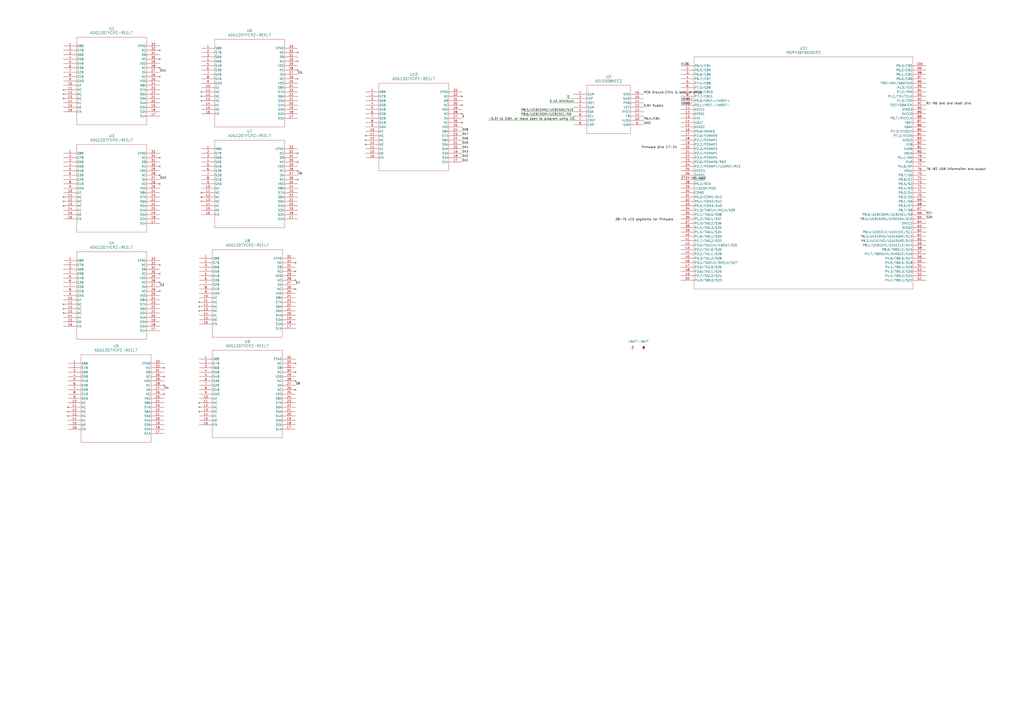
<source format=kicad_sch>
(kicad_sch (version 20230121) (generator eeschema)

  (uuid 93e33c3d-8cba-450d-8c20-d074bd0c6049)

  (paper "A2")

  (lib_symbols
    (symbol "2024-02-06_11-51-23:MSP430F6630IPZ" (pin_names (offset 0.254)) (in_bom yes) (on_board yes)
      (property "Reference" "U" (at 71.12 10.16 0)
        (effects (font (size 1.524 1.524)))
      )
      (property "Value" "MSP430F6630IPZ" (at 71.12 7.62 0)
        (effects (font (size 1.524 1.524)))
      )
      (property "Footprint" "PZ100" (at 0 0 0)
        (effects (font (size 1.27 1.27) italic) hide)
      )
      (property "Datasheet" "MSP430F6630IPZ" (at 0 0 0)
        (effects (font (size 1.27 1.27) italic) hide)
      )
      (property "ki_locked" "" (at 0 0 0)
        (effects (font (size 1.27 1.27)))
      )
      (property "ki_keywords" "MSP430F6630IPZ" (at 0 0 0)
        (effects (font (size 1.27 1.27)) hide)
      )
      (property "ki_fp_filters" "PZ100 PZ100-M PZ100-L" (at 0 0 0)
        (effects (font (size 1.27 1.27)) hide)
      )
      (symbol "MSP430F6630IPZ_0_1"
        (polyline
          (pts
            (xy 7.62 -129.54)
            (xy 134.62 -129.54)
          )
          (stroke (width 0.127) (type default))
          (fill (type none))
        )
        (polyline
          (pts
            (xy 7.62 5.08)
            (xy 7.62 -129.54)
          )
          (stroke (width 0.127) (type default))
          (fill (type none))
        )
        (polyline
          (pts
            (xy 134.62 -129.54)
            (xy 134.62 5.08)
          )
          (stroke (width 0.127) (type default))
          (fill (type none))
        )
        (polyline
          (pts
            (xy 134.62 5.08)
            (xy 7.62 5.08)
          )
          (stroke (width 0.127) (type default))
          (fill (type none))
        )
        (pin bidirectional line (at 0 0 0) (length 7.62)
          (name "P6.4/CB4" (effects (font (size 1.27 1.27))))
          (number "1" (effects (font (size 1.27 1.27))))
        )
        (pin bidirectional line (at 0 -22.86 0) (length 7.62)
          (name "P5.1/VREF-/VeREF-" (effects (font (size 1.27 1.27))))
          (number "10" (effects (font (size 1.27 1.27))))
        )
        (pin bidirectional line (at 142.24 0 180) (length 7.62)
          (name "P6.3/CB3" (effects (font (size 1.27 1.27))))
          (number "100" (effects (font (size 1.27 1.27))))
        )
        (pin power_in line (at 0 -25.4 0) (length 7.62)
          (name "AVCC1" (effects (font (size 1.27 1.27))))
          (number "11" (effects (font (size 1.27 1.27))))
        )
        (pin power_in line (at 0 -27.94 0) (length 7.62)
          (name "AVSS1" (effects (font (size 1.27 1.27))))
          (number "12" (effects (font (size 1.27 1.27))))
        )
        (pin input line (at 0 -30.48 0) (length 7.62)
          (name "XIN" (effects (font (size 1.27 1.27))))
          (number "13" (effects (font (size 1.27 1.27))))
        )
        (pin output line (at 0 -33.02 0) (length 7.62)
          (name "XOUT" (effects (font (size 1.27 1.27))))
          (number "14" (effects (font (size 1.27 1.27))))
        )
        (pin power_in line (at 0 -35.56 0) (length 7.62)
          (name "AVSS2" (effects (font (size 1.27 1.27))))
          (number "15" (effects (font (size 1.27 1.27))))
        )
        (pin bidirectional line (at 0 -38.1 0) (length 7.62)
          (name "P5.6/DMAE0" (effects (font (size 1.27 1.27))))
          (number "16" (effects (font (size 1.27 1.27))))
        )
        (pin bidirectional line (at 0 -40.64 0) (length 7.62)
          (name "P2.0/P2MAP0" (effects (font (size 1.27 1.27))))
          (number "17" (effects (font (size 1.27 1.27))))
        )
        (pin bidirectional line (at 0 -43.18 0) (length 7.62)
          (name "P2.1/P2MAP1" (effects (font (size 1.27 1.27))))
          (number "18" (effects (font (size 1.27 1.27))))
        )
        (pin bidirectional line (at 0 -45.72 0) (length 7.62)
          (name "P2.2/P2MAP2" (effects (font (size 1.27 1.27))))
          (number "19" (effects (font (size 1.27 1.27))))
        )
        (pin bidirectional line (at 0 -2.54 0) (length 7.62)
          (name "P6.5/CB5" (effects (font (size 1.27 1.27))))
          (number "2" (effects (font (size 1.27 1.27))))
        )
        (pin bidirectional line (at 0 -48.26 0) (length 7.62)
          (name "P2.3/P2MAP3" (effects (font (size 1.27 1.27))))
          (number "20" (effects (font (size 1.27 1.27))))
        )
        (pin bidirectional line (at 0 -50.8 0) (length 7.62)
          (name "P2.4/P2MAP4" (effects (font (size 1.27 1.27))))
          (number "21" (effects (font (size 1.27 1.27))))
        )
        (pin bidirectional line (at 0 -53.34 0) (length 7.62)
          (name "P2.5/P2MAP5" (effects (font (size 1.27 1.27))))
          (number "22" (effects (font (size 1.27 1.27))))
        )
        (pin bidirectional line (at 0 -55.88 0) (length 7.62)
          (name "P2.6/P2MAP6/R03" (effects (font (size 1.27 1.27))))
          (number "23" (effects (font (size 1.27 1.27))))
        )
        (pin bidirectional line (at 0 -58.42 0) (length 7.62)
          (name "P2.7/P2MAP7/LCDREF/R13" (effects (font (size 1.27 1.27))))
          (number "24" (effects (font (size 1.27 1.27))))
        )
        (pin power_in line (at 0 -60.96 0) (length 7.62)
          (name "DVCC1" (effects (font (size 1.27 1.27))))
          (number "25" (effects (font (size 1.27 1.27))))
        )
        (pin power_in line (at 0 -63.5 0) (length 7.62)
          (name "DVSS1" (effects (font (size 1.27 1.27))))
          (number "26" (effects (font (size 1.27 1.27))))
        )
        (pin power_in line (at 0 -66.04 0) (length 7.62)
          (name "VCORE" (effects (font (size 1.27 1.27))))
          (number "27" (effects (font (size 1.27 1.27))))
        )
        (pin bidirectional line (at 0 -68.58 0) (length 7.62)
          (name "P5.2/R23" (effects (font (size 1.27 1.27))))
          (number "28" (effects (font (size 1.27 1.27))))
        )
        (pin bidirectional line (at 0 -71.12 0) (length 7.62)
          (name "LCDCAP/R33" (effects (font (size 1.27 1.27))))
          (number "29" (effects (font (size 1.27 1.27))))
        )
        (pin bidirectional line (at 0 -5.08 0) (length 7.62)
          (name "P6.6/CB6" (effects (font (size 1.27 1.27))))
          (number "3" (effects (font (size 1.27 1.27))))
        )
        (pin output line (at 0 -73.66 0) (length 7.62)
          (name "COM0" (effects (font (size 1.27 1.27))))
          (number "30" (effects (font (size 1.27 1.27))))
        )
        (pin bidirectional line (at 0 -76.2 0) (length 7.62)
          (name "P5.3/COM1/S42" (effects (font (size 1.27 1.27))))
          (number "31" (effects (font (size 1.27 1.27))))
        )
        (pin bidirectional line (at 0 -78.74 0) (length 7.62)
          (name "P5.4/COM2/S41" (effects (font (size 1.27 1.27))))
          (number "32" (effects (font (size 1.27 1.27))))
        )
        (pin bidirectional line (at 0 -81.28 0) (length 7.62)
          (name "P5.5/COM3/S40" (effects (font (size 1.27 1.27))))
          (number "33" (effects (font (size 1.27 1.27))))
        )
        (pin bidirectional line (at 0 -83.82 0) (length 7.62)
          (name "P1.0/TA0CLK/ACLK/S39" (effects (font (size 1.27 1.27))))
          (number "34" (effects (font (size 1.27 1.27))))
        )
        (pin bidirectional line (at 0 -86.36 0) (length 7.62)
          (name "P1.1/TA0.0/S38" (effects (font (size 1.27 1.27))))
          (number "35" (effects (font (size 1.27 1.27))))
        )
        (pin bidirectional line (at 0 -88.9 0) (length 7.62)
          (name "P1.2/TA0.1/S37" (effects (font (size 1.27 1.27))))
          (number "36" (effects (font (size 1.27 1.27))))
        )
        (pin bidirectional line (at 0 -91.44 0) (length 7.62)
          (name "P1.3/TA0.2/S36" (effects (font (size 1.27 1.27))))
          (number "37" (effects (font (size 1.27 1.27))))
        )
        (pin bidirectional line (at 0 -93.98 0) (length 7.62)
          (name "P1.4/TA0.3/S35" (effects (font (size 1.27 1.27))))
          (number "38" (effects (font (size 1.27 1.27))))
        )
        (pin bidirectional line (at 0 -96.52 0) (length 7.62)
          (name "P1.5/TA0.4/S34" (effects (font (size 1.27 1.27))))
          (number "39" (effects (font (size 1.27 1.27))))
        )
        (pin bidirectional line (at 0 -7.62 0) (length 7.62)
          (name "P6.7/CB7" (effects (font (size 1.27 1.27))))
          (number "4" (effects (font (size 1.27 1.27))))
        )
        (pin bidirectional line (at 0 -99.06 0) (length 7.62)
          (name "P1.6/TA0.1/S33" (effects (font (size 1.27 1.27))))
          (number "40" (effects (font (size 1.27 1.27))))
        )
        (pin bidirectional line (at 0 -101.6 0) (length 7.62)
          (name "P1.7/TA0.2/S32" (effects (font (size 1.27 1.27))))
          (number "41" (effects (font (size 1.27 1.27))))
        )
        (pin bidirectional line (at 0 -104.14 0) (length 7.62)
          (name "P3.0/TA1CLK/CBOUT/S31" (effects (font (size 1.27 1.27))))
          (number "42" (effects (font (size 1.27 1.27))))
        )
        (pin bidirectional line (at 0 -106.68 0) (length 7.62)
          (name "P3.1/TA1.0/S30" (effects (font (size 1.27 1.27))))
          (number "43" (effects (font (size 1.27 1.27))))
        )
        (pin bidirectional line (at 0 -109.22 0) (length 7.62)
          (name "P3.2/TA1.1/S29" (effects (font (size 1.27 1.27))))
          (number "44" (effects (font (size 1.27 1.27))))
        )
        (pin bidirectional line (at 0 -111.76 0) (length 7.62)
          (name "P3.3/TA1.2/S28" (effects (font (size 1.27 1.27))))
          (number "45" (effects (font (size 1.27 1.27))))
        )
        (pin bidirectional line (at 0 -114.3 0) (length 7.62)
          (name "P3.4/TA2CLK/SMCLK/S27" (effects (font (size 1.27 1.27))))
          (number "46" (effects (font (size 1.27 1.27))))
        )
        (pin bidirectional line (at 0 -116.84 0) (length 7.62)
          (name "P3.5/TA2.0/S26" (effects (font (size 1.27 1.27))))
          (number "47" (effects (font (size 1.27 1.27))))
        )
        (pin bidirectional line (at 0 -119.38 0) (length 7.62)
          (name "P3.6/TA2.1/S25" (effects (font (size 1.27 1.27))))
          (number "48" (effects (font (size 1.27 1.27))))
        )
        (pin bidirectional line (at 0 -121.92 0) (length 7.62)
          (name "P3.7/TA2.2/S24" (effects (font (size 1.27 1.27))))
          (number "49" (effects (font (size 1.27 1.27))))
        )
        (pin bidirectional line (at 0 -10.16 0) (length 7.62)
          (name "P7.4/CB8" (effects (font (size 1.27 1.27))))
          (number "5" (effects (font (size 1.27 1.27))))
        )
        (pin bidirectional line (at 0 -124.46 0) (length 7.62)
          (name "P4.0/TB0.0/S23" (effects (font (size 1.27 1.27))))
          (number "50" (effects (font (size 1.27 1.27))))
        )
        (pin bidirectional line (at 142.24 -124.46 180) (length 7.62)
          (name "P4.1/TB0.1/S22" (effects (font (size 1.27 1.27))))
          (number "51" (effects (font (size 1.27 1.27))))
        )
        (pin bidirectional line (at 142.24 -121.92 180) (length 7.62)
          (name "P4.2/TB0.2/S21" (effects (font (size 1.27 1.27))))
          (number "52" (effects (font (size 1.27 1.27))))
        )
        (pin bidirectional line (at 142.24 -119.38 180) (length 7.62)
          (name "P4.3/TB0.3/S20" (effects (font (size 1.27 1.27))))
          (number "53" (effects (font (size 1.27 1.27))))
        )
        (pin bidirectional line (at 142.24 -116.84 180) (length 7.62)
          (name "P4.4/TB0.4/S19" (effects (font (size 1.27 1.27))))
          (number "54" (effects (font (size 1.27 1.27))))
        )
        (pin bidirectional line (at 142.24 -114.3 180) (length 7.62)
          (name "P4.5/TB0.5/S18" (effects (font (size 1.27 1.27))))
          (number "55" (effects (font (size 1.27 1.27))))
        )
        (pin bidirectional line (at 142.24 -111.76 180) (length 7.62)
          (name "P4.6/TB0.6/S17" (effects (font (size 1.27 1.27))))
          (number "56" (effects (font (size 1.27 1.27))))
        )
        (pin bidirectional line (at 142.24 -109.22 180) (length 7.62)
          (name "P4.7/TB0OUTH/SVMOUT/S16" (effects (font (size 1.27 1.27))))
          (number "57" (effects (font (size 1.27 1.27))))
        )
        (pin bidirectional line (at 142.24 -106.68 180) (length 7.62)
          (name "P8.0/TB0CLK/S15" (effects (font (size 1.27 1.27))))
          (number "58" (effects (font (size 1.27 1.27))))
        )
        (pin bidirectional line (at 142.24 -104.14 180) (length 7.62)
          (name "P8.1/UCB1STE/UCA1CLK/S14" (effects (font (size 1.27 1.27))))
          (number "59" (effects (font (size 1.27 1.27))))
        )
        (pin bidirectional line (at 0 -12.7 0) (length 7.62)
          (name "P7.5/CB9" (effects (font (size 1.27 1.27))))
          (number "6" (effects (font (size 1.27 1.27))))
        )
        (pin bidirectional line (at 142.24 -101.6 180) (length 7.62)
          (name "P8.2/UCA1TXD/UCA1SIMO/S13" (effects (font (size 1.27 1.27))))
          (number "60" (effects (font (size 1.27 1.27))))
        )
        (pin bidirectional line (at 142.24 -99.06 180) (length 7.62)
          (name "P8.3/UCA1RXD/UCA1SOMI/S12" (effects (font (size 1.27 1.27))))
          (number "61" (effects (font (size 1.27 1.27))))
        )
        (pin bidirectional line (at 142.24 -96.52 180) (length 7.62)
          (name "P8.4/UCB1CLK/UCA1STE/S11" (effects (font (size 1.27 1.27))))
          (number "62" (effects (font (size 1.27 1.27))))
        )
        (pin power_in line (at 142.24 -93.98 180) (length 7.62)
          (name "DVSS2" (effects (font (size 1.27 1.27))))
          (number "63" (effects (font (size 1.27 1.27))))
        )
        (pin power_in line (at 142.24 -91.44 180) (length 7.62)
          (name "DVCC2" (effects (font (size 1.27 1.27))))
          (number "64" (effects (font (size 1.27 1.27))))
        )
        (pin bidirectional line (at 142.24 -88.9 180) (length 7.62)
          (name "P8.5/UCB1SIMO/UCB1SDA/S10" (effects (font (size 1.27 1.27))))
          (number "65" (effects (font (size 1.27 1.27))))
        )
        (pin bidirectional line (at 142.24 -86.36 180) (length 7.62)
          (name "P8.6/UCB1SOMI/UCB1SCL/S9" (effects (font (size 1.27 1.27))))
          (number "66" (effects (font (size 1.27 1.27))))
        )
        (pin bidirectional line (at 142.24 -83.82 180) (length 7.62)
          (name "P8.7/S8" (effects (font (size 1.27 1.27))))
          (number "67" (effects (font (size 1.27 1.27))))
        )
        (pin bidirectional line (at 142.24 -81.28 180) (length 7.62)
          (name "P9.0/S7" (effects (font (size 1.27 1.27))))
          (number "68" (effects (font (size 1.27 1.27))))
        )
        (pin bidirectional line (at 142.24 -78.74 180) (length 7.62)
          (name "P9.1/S6" (effects (font (size 1.27 1.27))))
          (number "69" (effects (font (size 1.27 1.27))))
        )
        (pin bidirectional line (at 0 -15.24 0) (length 7.62)
          (name "P7.6/CB10" (effects (font (size 1.27 1.27))))
          (number "7" (effects (font (size 1.27 1.27))))
        )
        (pin bidirectional line (at 142.24 -76.2 180) (length 7.62)
          (name "P9.2/S5" (effects (font (size 1.27 1.27))))
          (number "70" (effects (font (size 1.27 1.27))))
        )
        (pin bidirectional line (at 142.24 -73.66 180) (length 7.62)
          (name "P9.3/S4" (effects (font (size 1.27 1.27))))
          (number "71" (effects (font (size 1.27 1.27))))
        )
        (pin bidirectional line (at 142.24 -71.12 180) (length 7.62)
          (name "P9.4/S3" (effects (font (size 1.27 1.27))))
          (number "72" (effects (font (size 1.27 1.27))))
        )
        (pin bidirectional line (at 142.24 -68.58 180) (length 7.62)
          (name "P9.5/S2" (effects (font (size 1.27 1.27))))
          (number "73" (effects (font (size 1.27 1.27))))
        )
        (pin bidirectional line (at 142.24 -66.04 180) (length 7.62)
          (name "P9.6/S1" (effects (font (size 1.27 1.27))))
          (number "74" (effects (font (size 1.27 1.27))))
        )
        (pin bidirectional line (at 142.24 -63.5 180) (length 7.62)
          (name "P9.7/S0" (effects (font (size 1.27 1.27))))
          (number "75" (effects (font (size 1.27 1.27))))
        )
        (pin power_in line (at 142.24 -60.96 180) (length 7.62)
          (name "VSSU" (effects (font (size 1.27 1.27))))
          (number "76" (effects (font (size 1.27 1.27))))
        )
        (pin bidirectional line (at 142.24 -58.42 180) (length 7.62)
          (name "PU.0/DP" (effects (font (size 1.27 1.27))))
          (number "77" (effects (font (size 1.27 1.27))))
        )
        (pin bidirectional line (at 142.24 -55.88 180) (length 7.62)
          (name "PUR" (effects (font (size 1.27 1.27))))
          (number "78" (effects (font (size 1.27 1.27))))
        )
        (pin bidirectional line (at 142.24 -53.34 180) (length 7.62)
          (name "PU.1/DM" (effects (font (size 1.27 1.27))))
          (number "79" (effects (font (size 1.27 1.27))))
        )
        (pin bidirectional line (at 0 -17.78 0) (length 7.62)
          (name "P7.7/CB11" (effects (font (size 1.27 1.27))))
          (number "8" (effects (font (size 1.27 1.27))))
        )
        (pin power_in line (at 142.24 -50.8 180) (length 7.62)
          (name "VBUS" (effects (font (size 1.27 1.27))))
          (number "80" (effects (font (size 1.27 1.27))))
        )
        (pin power_in line (at 142.24 -48.26 180) (length 7.62)
          (name "VUSB" (effects (font (size 1.27 1.27))))
          (number "81" (effects (font (size 1.27 1.27))))
        )
        (pin power_in line (at 142.24 -45.72 180) (length 7.62)
          (name "V18" (effects (font (size 1.27 1.27))))
          (number "82" (effects (font (size 1.27 1.27))))
        )
        (pin power_in line (at 142.24 -43.18 180) (length 7.62)
          (name "AVSS3" (effects (font (size 1.27 1.27))))
          (number "83" (effects (font (size 1.27 1.27))))
        )
        (pin bidirectional line (at 142.24 -40.64 180) (length 7.62)
          (name "P7.2/XT2IN" (effects (font (size 1.27 1.27))))
          (number "84" (effects (font (size 1.27 1.27))))
        )
        (pin bidirectional line (at 142.24 -38.1 180) (length 7.62)
          (name "P7.3/XT2OUT" (effects (font (size 1.27 1.27))))
          (number "85" (effects (font (size 1.27 1.27))))
        )
        (pin power_in line (at 142.24 -35.56 180) (length 7.62)
          (name "VBAK" (effects (font (size 1.27 1.27))))
          (number "86" (effects (font (size 1.27 1.27))))
        )
        (pin power_in line (at 142.24 -33.02 180) (length 7.62)
          (name "VBAT" (effects (font (size 1.27 1.27))))
          (number "87" (effects (font (size 1.27 1.27))))
        )
        (pin bidirectional line (at 142.24 -30.48 180) (length 7.62)
          (name "P5.7/RTCCLK" (effects (font (size 1.27 1.27))))
          (number "88" (effects (font (size 1.27 1.27))))
        )
        (pin power_in line (at 142.24 -27.94 180) (length 7.62)
          (name "DVCC3" (effects (font (size 1.27 1.27))))
          (number "89" (effects (font (size 1.27 1.27))))
        )
        (pin bidirectional line (at 0 -20.32 0) (length 7.62)
          (name "P5.0/VREF+/VeREF+" (effects (font (size 1.27 1.27))))
          (number "9" (effects (font (size 1.27 1.27))))
        )
        (pin power_in line (at 142.24 -25.4 180) (length 7.62)
          (name "DVSS3" (effects (font (size 1.27 1.27))))
          (number "90" (effects (font (size 1.27 1.27))))
        )
        (pin bidirectional line (at 142.24 -22.86 180) (length 7.62)
          (name "TEST/SBWTCK" (effects (font (size 1.27 1.27))))
          (number "91" (effects (font (size 1.27 1.27))))
        )
        (pin bidirectional line (at 142.24 -20.32 180) (length 7.62)
          (name "PJ.0/TDO" (effects (font (size 1.27 1.27))))
          (number "92" (effects (font (size 1.27 1.27))))
        )
        (pin bidirectional line (at 142.24 -17.78 180) (length 7.62)
          (name "PJ.1/TDI/TCLK" (effects (font (size 1.27 1.27))))
          (number "93" (effects (font (size 1.27 1.27))))
        )
        (pin bidirectional line (at 142.24 -15.24 180) (length 7.62)
          (name "PJ.2/TMS" (effects (font (size 1.27 1.27))))
          (number "94" (effects (font (size 1.27 1.27))))
        )
        (pin bidirectional line (at 142.24 -12.7 180) (length 7.62)
          (name "PJ.3/TCK" (effects (font (size 1.27 1.27))))
          (number "95" (effects (font (size 1.27 1.27))))
        )
        (pin bidirectional line (at 142.24 -10.16 180) (length 7.62)
          (name "*RST/NMI/SBWTDIO" (effects (font (size 1.27 1.27))))
          (number "96" (effects (font (size 1.27 1.27))))
        )
        (pin bidirectional line (at 142.24 -7.62 180) (length 7.62)
          (name "P6.0/CB0" (effects (font (size 1.27 1.27))))
          (number "97" (effects (font (size 1.27 1.27))))
        )
        (pin bidirectional line (at 142.24 -5.08 180) (length 7.62)
          (name "P6.1/CB1" (effects (font (size 1.27 1.27))))
          (number "98" (effects (font (size 1.27 1.27))))
        )
        (pin bidirectional line (at 142.24 -2.54 180) (length 7.62)
          (name "P6.2/CB2" (effects (font (size 1.27 1.27))))
          (number "99" (effects (font (size 1.27 1.27))))
        )
      )
    )
    (symbol "ADG_new:ADG1207YCPZ-REEL7" (pin_names (offset 0.254)) (in_bom yes) (on_board yes)
      (property "Reference" "U" (at 27.94 10.16 0)
        (effects (font (size 1.524 1.524)))
      )
      (property "Value" "ADG1207YCPZ-REEL7" (at 27.94 7.62 0)
        (effects (font (size 1.524 1.524)))
      )
      (property "Footprint" "CP_32_2_ADI" (at 0 0 0)
        (effects (font (size 1.27 1.27) italic) hide)
      )
      (property "Datasheet" "ADG1207YCPZ-REEL7" (at 0 0 0)
        (effects (font (size 1.27 1.27) italic) hide)
      )
      (property "ki_locked" "" (at 0 0 0)
        (effects (font (size 1.27 1.27)))
      )
      (property "ki_keywords" "ADG1207YCPZ-REEL7" (at 0 0 0)
        (effects (font (size 1.27 1.27)) hide)
      )
      (property "ki_fp_filters" "CP_32_2_ADI CP_32_2_ADI-M CP_32_2_ADI-L" (at 0 0 0)
        (effects (font (size 1.27 1.27)) hide)
      )
      (symbol "ADG1207YCPZ-REEL7_0_1"
        (polyline
          (pts
            (xy 7.62 -45.72)
            (xy 48.26 -45.72)
          )
          (stroke (width 0.127) (type default))
          (fill (type none))
        )
        (polyline
          (pts
            (xy 7.62 5.08)
            (xy 7.62 -45.72)
          )
          (stroke (width 0.127) (type default))
          (fill (type none))
        )
        (polyline
          (pts
            (xy 48.26 -45.72)
            (xy 48.26 5.08)
          )
          (stroke (width 0.127) (type default))
          (fill (type none))
        )
        (polyline
          (pts
            (xy 48.26 5.08)
            (xy 7.62 5.08)
          )
          (stroke (width 0.127) (type default))
          (fill (type none))
        )
        (pin bidirectional line (at 0 0 0) (length 7.62)
          (name "S8B" (effects (font (size 1.27 1.27))))
          (number "1" (effects (font (size 1.27 1.27))))
        )
        (pin input line (at 0 -22.86 0) (length 7.62)
          (name "A2" (effects (font (size 1.27 1.27))))
          (number "10" (effects (font (size 1.27 1.27))))
        )
        (pin no_connect line (at 0 -25.4 0) (length 7.62)
          (name "NC" (effects (font (size 1.27 1.27))))
          (number "11" (effects (font (size 1.27 1.27))))
        )
        (pin no_connect line (at 0 -27.94 0) (length 7.62)
          (name "NC" (effects (font (size 1.27 1.27))))
          (number "12" (effects (font (size 1.27 1.27))))
        )
        (pin no_connect line (at 0 -30.48 0) (length 7.62)
          (name "NC" (effects (font (size 1.27 1.27))))
          (number "13" (effects (font (size 1.27 1.27))))
        )
        (pin input line (at 0 -33.02 0) (length 7.62)
          (name "A1" (effects (font (size 1.27 1.27))))
          (number "14" (effects (font (size 1.27 1.27))))
        )
        (pin input line (at 0 -35.56 0) (length 7.62)
          (name "A0" (effects (font (size 1.27 1.27))))
          (number "15" (effects (font (size 1.27 1.27))))
        )
        (pin input line (at 0 -38.1 0) (length 7.62)
          (name "EN" (effects (font (size 1.27 1.27))))
          (number "16" (effects (font (size 1.27 1.27))))
        )
        (pin bidirectional line (at 55.88 -40.64 180) (length 7.62)
          (name "S1A" (effects (font (size 1.27 1.27))))
          (number "17" (effects (font (size 1.27 1.27))))
        )
        (pin bidirectional line (at 55.88 -38.1 180) (length 7.62)
          (name "S2A" (effects (font (size 1.27 1.27))))
          (number "18" (effects (font (size 1.27 1.27))))
        )
        (pin bidirectional line (at 55.88 -35.56 180) (length 7.62)
          (name "S3A" (effects (font (size 1.27 1.27))))
          (number "19" (effects (font (size 1.27 1.27))))
        )
        (pin bidirectional line (at 0 -2.54 0) (length 7.62)
          (name "S7B" (effects (font (size 1.27 1.27))))
          (number "2" (effects (font (size 1.27 1.27))))
        )
        (pin bidirectional line (at 55.88 -33.02 180) (length 7.62)
          (name "S4A" (effects (font (size 1.27 1.27))))
          (number "20" (effects (font (size 1.27 1.27))))
        )
        (pin bidirectional line (at 55.88 -30.48 180) (length 7.62)
          (name "S5A" (effects (font (size 1.27 1.27))))
          (number "21" (effects (font (size 1.27 1.27))))
        )
        (pin bidirectional line (at 55.88 -27.94 180) (length 7.62)
          (name "S6A" (effects (font (size 1.27 1.27))))
          (number "22" (effects (font (size 1.27 1.27))))
        )
        (pin bidirectional line (at 55.88 -25.4 180) (length 7.62)
          (name "S7A" (effects (font (size 1.27 1.27))))
          (number "23" (effects (font (size 1.27 1.27))))
        )
        (pin bidirectional line (at 55.88 -22.86 180) (length 7.62)
          (name "S8A" (effects (font (size 1.27 1.27))))
          (number "24" (effects (font (size 1.27 1.27))))
        )
        (pin power_in line (at 55.88 -20.32 180) (length 7.62)
          (name "VSS" (effects (font (size 1.27 1.27))))
          (number "25" (effects (font (size 1.27 1.27))))
        )
        (pin no_connect line (at 55.88 -17.78 180) (length 7.62)
          (name "NC" (effects (font (size 1.27 1.27))))
          (number "26" (effects (font (size 1.27 1.27))))
        )
        (pin bidirectional line (at 55.88 -15.24 180) (length 7.62)
          (name "DA" (effects (font (size 1.27 1.27))))
          (number "27" (effects (font (size 1.27 1.27))))
        )
        (pin no_connect line (at 55.88 -12.7 180) (length 7.62)
          (name "NC" (effects (font (size 1.27 1.27))))
          (number "28" (effects (font (size 1.27 1.27))))
        )
        (pin power_in line (at 55.88 -10.16 180) (length 7.62)
          (name "VDD" (effects (font (size 1.27 1.27))))
          (number "29" (effects (font (size 1.27 1.27))))
        )
        (pin bidirectional line (at 0 -5.08 0) (length 7.62)
          (name "S6B" (effects (font (size 1.27 1.27))))
          (number "3" (effects (font (size 1.27 1.27))))
        )
        (pin no_connect line (at 55.88 -7.62 180) (length 7.62)
          (name "NC" (effects (font (size 1.27 1.27))))
          (number "30" (effects (font (size 1.27 1.27))))
        )
        (pin bidirectional line (at 55.88 -5.08 180) (length 7.62)
          (name "DB" (effects (font (size 1.27 1.27))))
          (number "31" (effects (font (size 1.27 1.27))))
        )
        (pin no_connect line (at 55.88 -2.54 180) (length 7.62)
          (name "NC" (effects (font (size 1.27 1.27))))
          (number "32" (effects (font (size 1.27 1.27))))
        )
        (pin unspecified line (at 55.88 0 180) (length 7.62)
          (name "EPAD" (effects (font (size 1.27 1.27))))
          (number "33" (effects (font (size 1.27 1.27))))
        )
        (pin bidirectional line (at 0 -7.62 0) (length 7.62)
          (name "S5B" (effects (font (size 1.27 1.27))))
          (number "4" (effects (font (size 1.27 1.27))))
        )
        (pin bidirectional line (at 0 -10.16 0) (length 7.62)
          (name "S4B" (effects (font (size 1.27 1.27))))
          (number "5" (effects (font (size 1.27 1.27))))
        )
        (pin bidirectional line (at 0 -12.7 0) (length 7.62)
          (name "S3B" (effects (font (size 1.27 1.27))))
          (number "6" (effects (font (size 1.27 1.27))))
        )
        (pin bidirectional line (at 0 -15.24 0) (length 7.62)
          (name "S2B" (effects (font (size 1.27 1.27))))
          (number "7" (effects (font (size 1.27 1.27))))
        )
        (pin bidirectional line (at 0 -17.78 0) (length 7.62)
          (name "S1B" (effects (font (size 1.27 1.27))))
          (number "8" (effects (font (size 1.27 1.27))))
        )
        (pin power_in line (at 0 -20.32 0) (length 7.62)
          (name "GND" (effects (font (size 1.27 1.27))))
          (number "9" (effects (font (size 1.27 1.27))))
        )
      )
    )
    (symbol "ADL_new:ADL5308ACCZ" (pin_names (offset 0.254)) (in_bom yes) (on_board yes)
      (property "Reference" "U" (at 20.32 10.16 0)
        (effects (font (size 1.524 1.524)))
      )
      (property "Value" "ADL5308ACCZ" (at 20.32 7.62 0)
        (effects (font (size 1.524 1.524)))
      )
      (property "Footprint" "CC-14-4_ADI" (at 0 0 0)
        (effects (font (size 1.27 1.27) italic) hide)
      )
      (property "Datasheet" "ADL5308ACCZ" (at 0 0 0)
        (effects (font (size 1.27 1.27) italic) hide)
      )
      (property "ki_locked" "" (at 0 0 0)
        (effects (font (size 1.27 1.27)))
      )
      (property "ki_keywords" "ADL5308ACCZ" (at 0 0 0)
        (effects (font (size 1.27 1.27)) hide)
      )
      (property "ki_fp_filters" "CC-14-4_ADI CC-14-4_ADI-M CC-14-4_ADI-L" (at 0 0 0)
        (effects (font (size 1.27 1.27)) hide)
      )
      (symbol "ADL5308ACCZ_0_1"
        (polyline
          (pts
            (xy 7.62 -22.86)
            (xy 33.02 -22.86)
          )
          (stroke (width 0.127) (type default))
          (fill (type none))
        )
        (polyline
          (pts
            (xy 7.62 5.08)
            (xy 7.62 -22.86)
          )
          (stroke (width 0.127) (type default))
          (fill (type none))
        )
        (polyline
          (pts
            (xy 33.02 -22.86)
            (xy 33.02 5.08)
          )
          (stroke (width 0.127) (type default))
          (fill (type none))
        )
        (polyline
          (pts
            (xy 33.02 5.08)
            (xy 7.62 5.08)
          )
          (stroke (width 0.127) (type default))
          (fill (type none))
        )
        (pin unspecified line (at 0 0 0) (length 7.62)
          (name "SUM" (effects (font (size 1.27 1.27))))
          (number "1" (effects (font (size 1.27 1.27))))
        )
        (pin output line (at 40.64 -15.24 180) (length 7.62)
          (name "VLOG" (effects (font (size 1.27 1.27))))
          (number "10" (effects (font (size 1.27 1.27))))
        )
        (pin input line (at 40.64 -12.7 180) (length 7.62)
          (name "FB" (effects (font (size 1.27 1.27))))
          (number "11" (effects (font (size 1.27 1.27))))
        )
        (pin unspecified line (at 40.64 -10.16 180) (length 7.62)
          (name "HYST" (effects (font (size 1.27 1.27))))
          (number "12" (effects (font (size 1.27 1.27))))
        )
        (pin power_in line (at 40.64 -7.62 180) (length 7.62)
          (name "VCC" (effects (font (size 1.27 1.27))))
          (number "13" (effects (font (size 1.27 1.27))))
        )
        (pin power_in line (at 40.64 -5.08 180) (length 7.62)
          (name "PDB" (effects (font (size 1.27 1.27))))
          (number "14" (effects (font (size 1.27 1.27))))
        )
        (pin unspecified line (at 40.64 -2.54 180) (length 7.62)
          (name "SUM" (effects (font (size 1.27 1.27))))
          (number "15" (effects (font (size 1.27 1.27))))
        )
        (pin power_out line (at 40.64 0 180) (length 7.62)
          (name "GND" (effects (font (size 1.27 1.27))))
          (number "16" (effects (font (size 1.27 1.27))))
        )
        (pin input line (at 0 -2.54 0) (length 7.62)
          (name "INP" (effects (font (size 1.27 1.27))))
          (number "2" (effects (font (size 1.27 1.27))))
        )
        (pin input line (at 0 -5.08 0) (length 7.62)
          (name "IREF" (effects (font (size 1.27 1.27))))
          (number "3" (effects (font (size 1.27 1.27))))
        )
        (pin unspecified line (at 0 -7.62 0) (length 7.62)
          (name "SUM" (effects (font (size 1.27 1.27))))
          (number "4" (effects (font (size 1.27 1.27))))
        )
        (pin bidirectional line (at 0 -10.16 0) (length 7.62)
          (name "SDA" (effects (font (size 1.27 1.27))))
          (number "5" (effects (font (size 1.27 1.27))))
        )
        (pin input line (at 0 -12.7 0) (length 7.62)
          (name "SCL" (effects (font (size 1.27 1.27))))
          (number "6" (effects (font (size 1.27 1.27))))
        )
        (pin power_in line (at 0 -15.24 0) (length 7.62)
          (name "CREF" (effects (font (size 1.27 1.27))))
          (number "7" (effects (font (size 1.27 1.27))))
        )
        (pin power_in line (at 0 -17.78 0) (length 7.62)
          (name "CMP" (effects (font (size 1.27 1.27))))
          (number "8" (effects (font (size 1.27 1.27))))
        )
        (pin power_out line (at 40.64 -17.78 180) (length 7.62)
          (name "GND" (effects (font (size 1.27 1.27))))
          (number "9" (effects (font (size 1.27 1.27))))
        )
      )
    )
    (symbol "power:+BATT" (power) (pin_names (offset 0)) (in_bom yes) (on_board yes)
      (property "Reference" "#PWR" (at 0 -3.81 0)
        (effects (font (size 1.27 1.27)) hide)
      )
      (property "Value" "+BATT" (at 0 3.556 0)
        (effects (font (size 1.27 1.27)))
      )
      (property "Footprint" "" (at 0 0 0)
        (effects (font (size 1.27 1.27)) hide)
      )
      (property "Datasheet" "" (at 0 0 0)
        (effects (font (size 1.27 1.27)) hide)
      )
      (property "ki_keywords" "global power battery" (at 0 0 0)
        (effects (font (size 1.27 1.27)) hide)
      )
      (property "ki_description" "Power symbol creates a global label with name \"+BATT\"" (at 0 0 0)
        (effects (font (size 1.27 1.27)) hide)
      )
      (symbol "+BATT_0_1"
        (polyline
          (pts
            (xy -0.762 1.27)
            (xy 0 2.54)
          )
          (stroke (width 0) (type default))
          (fill (type none))
        )
        (polyline
          (pts
            (xy 0 0)
            (xy 0 2.54)
          )
          (stroke (width 0) (type default))
          (fill (type none))
        )
        (polyline
          (pts
            (xy 0 2.54)
            (xy 0.762 1.27)
          )
          (stroke (width 0) (type default))
          (fill (type none))
        )
      )
      (symbol "+BATT_1_1"
        (pin power_in line (at 0 0 90) (length 0) hide
          (name "+BATT" (effects (font (size 1.27 1.27))))
          (number "1" (effects (font (size 1.27 1.27))))
        )
      )
    )
    (symbol "power:-BATT" (power) (pin_names (offset 0)) (in_bom yes) (on_board yes)
      (property "Reference" "#PWR" (at 0 -3.81 0)
        (effects (font (size 1.27 1.27)) hide)
      )
      (property "Value" "-BATT" (at 0 3.556 0)
        (effects (font (size 1.27 1.27)))
      )
      (property "Footprint" "" (at 0 0 0)
        (effects (font (size 1.27 1.27)) hide)
      )
      (property "Datasheet" "" (at 0 0 0)
        (effects (font (size 1.27 1.27)) hide)
      )
      (property "ki_keywords" "global power battery" (at 0 0 0)
        (effects (font (size 1.27 1.27)) hide)
      )
      (property "ki_description" "Power symbol creates a global label with name \"-BATT\"" (at 0 0 0)
        (effects (font (size 1.27 1.27)) hide)
      )
      (symbol "-BATT_0_1"
        (polyline
          (pts
            (xy 0 0)
            (xy 0 2.54)
          )
          (stroke (width 0) (type default))
          (fill (type none))
        )
        (polyline
          (pts
            (xy 0.762 1.27)
            (xy -0.762 1.27)
            (xy 0 2.54)
            (xy 0.762 1.27)
          )
          (stroke (width 0) (type default))
          (fill (type outline))
        )
      )
      (symbol "-BATT_1_1"
        (pin power_in line (at 0 0 90) (length 0) hide
          (name "-BATT" (effects (font (size 1.27 1.27))))
          (number "1" (effects (font (size 1.27 1.27))))
        )
      )
    )
  )


  (wire (pts (xy 283.21 69.85) (xy 332.74 69.85))
    (stroke (width 0) (type default))
    (uuid 30a7065c-1dfc-460f-9a05-14c1e33badf5)
  )
  (wire (pts (xy 318.77 59.69) (xy 332.74 59.69))
    (stroke (width 0) (type default))
    (uuid 6ed00931-6363-4782-962b-6b77f5fb82dc)
  )
  (wire (pts (xy 302.26 67.31) (xy 332.74 67.31))
    (stroke (width 0) (type default))
    (uuid 97623263-1377-4909-923f-15429985cb63)
  )
  (wire (pts (xy 328.93 57.15) (xy 332.74 57.15))
    (stroke (width 0) (type default))
    (uuid bfcc7bf4-71c9-42c2-b2fc-d760eaa8898d)
  )
  (wire (pts (xy 302.26 64.77) (xy 332.74 64.77))
    (stroke (width 0) (type default))
    (uuid ee696fdc-a1de-4471-bd29-57599c9e91d8)
  )

  (label "SDA" (at 537.21 127 0) (fields_autoplaced)
    (effects (font (size 1.27 1.27)) (justify left bottom))
    (uuid 01679512-d0b2-4f3f-b147-5c15c56e465b)
  )
  (label "D8" (at 171.45 223.52 0) (fields_autoplaced)
    (effects (font (size 1.27 1.27)) (justify left bottom))
    (uuid 03be5087-f9ac-4c25-89ea-946af0244244)
  )
  (label "firmware pins 17-24" (at 372.11 86.36 0) (fields_autoplaced)
    (effects (font (size 1.27 1.27)) (justify left bottom))
    (uuid 03d2cea7-0f02-4817-9e82-bd0cbe2e283f)
  )
  (label "P8.6{slash}UCB1SOMI{slash}UCB1SCL{slash}S9" (at 302.26 67.31 0) (fields_autoplaced)
    (effects (font (size 1.27 1.27)) (justify left bottom))
    (uuid 057be77f-59ed-44af-ab50-c75ad874621f)
  )
  (label "DA4" (at 267.97 86.36 0) (fields_autoplaced)
    (effects (font (size 1.27 1.27)) (justify left bottom))
    (uuid 05ff331b-7f48-4454-a43e-e5c2611f7ad6)
  )
  (label "SCL" (at 537.21 124.46 0) (fields_autoplaced)
    (effects (font (size 1.27 1.27)) (justify left bottom))
    (uuid 0693d1ac-f0fd-4c4e-b863-7cf25c99309f)
  )
  (label "28-75 LCD segments for firmware" (at 356.87 128.27 0) (fields_autoplaced)
    (effects (font (size 1.27 1.27)) (justify left bottom))
    (uuid 072e9810-e7b0-44f1-84f9-f083b3d6786e)
  )
  (label "DA7" (at 267.97 78.74 0) (fields_autoplaced)
    (effects (font (size 1.27 1.27)) (justify left bottom))
    (uuid 099c6c2d-5102-457e-a5de-9cdc84d60f76)
  )
  (label "VBIAS-" (at 394.97 60.96 0) (fields_autoplaced)
    (effects (font (size 1.27 1.27)) (justify left bottom))
    (uuid 1ab37e79-7791-4d8c-a2f1-78c2e44f4f93)
  )
  (label "D3" (at 92.71 166.37 0) (fields_autoplaced)
    (effects (font (size 1.27 1.27)) (justify left bottom))
    (uuid 1d9b9f00-8ee3-44e0-bad3-bf662b4f98a3)
  )
  (label "27 - not used" (at 394.97 104.14 0) (fields_autoplaced)
    (effects (font (size 1.27 1.27)) (justify left bottom))
    (uuid 217d5b06-1a43-4c26-846c-6aa92d5628ca)
  )
  (label "76-82 USB information and output" (at 537.21 99.06 0) (fields_autoplaced)
    (effects (font (size 1.27 1.27)) (justify left bottom))
    (uuid 26ddb4be-afad-4454-a473-4297c89226c6)
  )
  (label "5.5V Supply" (at 373.38 62.23 0) (fields_autoplaced)
    (effects (font (size 1.27 1.27)) (justify left bottom))
    (uuid 2cbe57bc-8376-434f-98bb-3e3c661cedf0)
  )
  (label "DA8" (at 267.97 76.2 0) (fields_autoplaced)
    (effects (font (size 1.27 1.27)) (justify left bottom))
    (uuid 308eca5b-4ed8-4c28-80ef-17ca05ef1127)
  )
  (label "5 nA minimum" (at 318.77 59.69 0) (fields_autoplaced)
    (effects (font (size 1.27 1.27)) (justify left bottom))
    (uuid 35410045-c142-4abc-8b4e-a9e9ccfd1a5d)
  )
  (label "D4" (at 95.25 226.06 0) (fields_autoplaced)
    (effects (font (size 1.27 1.27)) (justify left bottom))
    (uuid 40117f89-4822-4efc-a3ae-466f11347be4)
  )
  (label "D5" (at 172.72 43.18 0) (fields_autoplaced)
    (effects (font (size 1.27 1.27)) (justify left bottom))
    (uuid 4598422a-81e8-4da2-855e-fb7140e8149b)
  )
  (label "DA2" (at 267.97 91.44 0) (fields_autoplaced)
    (effects (font (size 1.27 1.27)) (justify left bottom))
    (uuid 5118eaf5-b7fc-4074-93a2-beb38d4c7cee)
  )
  (label "VBIAS+" (at 394.97 58.42 0) (fields_autoplaced)
    (effects (font (size 1.27 1.27)) (justify left bottom))
    (uuid 53f75440-302c-4943-9355-c0c376308da2)
  )
  (label "DA6" (at 267.97 81.28 0) (fields_autoplaced)
    (effects (font (size 1.27 1.27)) (justify left bottom))
    (uuid 5996e452-06f8-4a4e-a2e9-d245cb7b5ad0)
  )
  (label "D7" (at 171.45 165.1 0) (fields_autoplaced)
    (effects (font (size 1.27 1.27)) (justify left bottom))
    (uuid 840df384-ea9d-4449-8d1b-debe15353a01)
  )
  (label "DA1" (at 92.71 41.91 0) (fields_autoplaced)
    (effects (font (size 1.27 1.27)) (justify left bottom))
    (uuid 8500efa6-95af-4e5d-a9e2-95e15c30a51d)
  )
  (label "PCB Ground (This is body of amp)" (at 373.38 54.61 0) (fields_autoplaced)
    (effects (font (size 1.27 1.27)) (justify left bottom))
    (uuid 8993bba3-f16d-43df-9136-febf4127a4d6)
  )
  (label "-0.3V to 3.6V, or leave open to program using I2C" (at 283.21 69.85 0) (fields_autoplaced)
    (effects (font (size 1.27 1.27)) (justify left bottom))
    (uuid 9bdf92f7-745a-4f4f-b259-c6aef46f146a)
  )
  (label "VLOG" (at 394.97 38.1 0) (fields_autoplaced)
    (effects (font (size 1.27 1.27)) (justify left bottom))
    (uuid 9be4d936-01a1-402c-b294-4fd6b636ce46)
  )
  (label "91-96 test and reset pins" (at 537.21 60.96 0) (fields_autoplaced)
    (effects (font (size 1.27 1.27)) (justify left bottom))
    (uuid a29b3b93-18ed-4eae-902c-4f531abfc33e)
  )
  (label "D" (at 328.93 57.15 0) (fields_autoplaced)
    (effects (font (size 1.27 1.27)) (justify left bottom))
    (uuid a78f3bc1-3041-4260-bdbe-7a77630fc95f)
  )
  (label "D" (at 267.97 68.58 0) (fields_autoplaced)
    (effects (font (size 1.27 1.27)) (justify left bottom))
    (uuid ab40c0ad-5b83-4596-8ae3-90bb22055ccb)
  )
  (label "DA1" (at 267.97 93.98 0) (fields_autoplaced)
    (effects (font (size 1.27 1.27)) (justify left bottom))
    (uuid b3520e20-5ecb-4e5f-abbb-633d843bfbba)
  )
  (label "GND" (at 373.38 72.39 0) (fields_autoplaced)
    (effects (font (size 1.27 1.27)) (justify left bottom))
    (uuid bf93a674-2031-4f72-9c21-b76f21adfcbc)
  )
  (label "D6" (at 172.72 101.6 0) (fields_autoplaced)
    (effects (font (size 1.27 1.27)) (justify left bottom))
    (uuid ce26dcb7-bf96-4ea4-beda-6ffa5a51e3a6)
  )
  (label "DA5" (at 267.97 83.82 0) (fields_autoplaced)
    (effects (font (size 1.27 1.27)) (justify left bottom))
    (uuid df0d754a-9d05-4b3a-8940-e4d0276e457d)
  )
  (label "P8.5{slash}UCB1SIMO{slash}UCB1SDA{slash}S10" (at 302.26 64.77 0) (fields_autoplaced)
    (effects (font (size 1.27 1.27)) (justify left bottom))
    (uuid ecac4d46-d77d-46d0-af53-060df648503d)
  )
  (label "DA3" (at 267.97 88.9 0) (fields_autoplaced)
    (effects (font (size 1.27 1.27)) (justify left bottom))
    (uuid f288967e-260a-4b48-a4cc-42e52896143b)
  )
  (label "P6.4{slash}CB4" (at 373.38 69.85 0) (fields_autoplaced)
    (effects (font (size 1.27 1.27)) (justify left bottom))
    (uuid fb1d1ca3-fb45-4063-91e9-7bce2ba06ed4)
  )
  (label "DA2" (at 92.71 104.14 0) (fields_autoplaced)
    (effects (font (size 1.27 1.27)) (justify left bottom))
    (uuid ff746a1c-9fab-4132-b599-7923b8d2a2c1)
  )

  (symbol (lib_id "ADG_new:ADG1207YCPZ-REEL7") (at 36.83 26.67 0) (unit 1)
    (in_bom yes) (on_board yes) (dnp no) (fields_autoplaced)
    (uuid 2d7e1bc9-9aac-4e98-bedf-f995e41eab7b)
    (property "Reference" "U1" (at 64.77 16.51 0)
      (effects (font (size 1.524 1.524)))
    )
    (property "Value" "ADG1207YCPZ-REEL7" (at 64.77 19.05 0)
      (effects (font (size 1.524 1.524)))
    )
    (property "Footprint" "CP_32_2_ADI" (at 36.83 26.67 0)
      (effects (font (size 1.27 1.27) italic) hide)
    )
    (property "Datasheet" "ADG1207YCPZ-REEL7" (at 36.83 26.67 0)
      (effects (font (size 1.27 1.27) italic) hide)
    )
    (pin "12" (uuid 6cdd72c4-3562-4f9b-b039-26491e39b5b8))
    (pin "13" (uuid dab38259-53dc-4b58-a0fa-b0da60efecee))
    (pin "4" (uuid 731e59cc-de1c-46c8-8ccf-6247342e84b7))
    (pin "5" (uuid d23b9de4-f894-4c67-af04-34dd3a3f5b19))
    (pin "6" (uuid 25fa6444-1ed3-49aa-9b44-8829e22f2e48))
    (pin "7" (uuid 1517cf30-e409-4efb-a7bd-84c3eb0ccccb))
    (pin "8" (uuid 46f323e7-d6d0-46af-8974-9b94d68b0596))
    (pin "9" (uuid 7d3f2e3a-c425-489c-8371-994b37ed12b8))
    (pin "1" (uuid 73fd6d7b-a636-4277-94dc-ec65c0f58d55))
    (pin "10" (uuid 1ffe1a4d-3a2f-47db-aab5-7d79e2453fd2))
    (pin "11" (uuid 78ae45fd-d4da-43f4-a29c-b9f3eae48fd9))
    (pin "24" (uuid d564c746-9eb7-4ac9-9b4a-4de44e6f560b))
    (pin "25" (uuid 4ac76f89-5a7f-44a8-9f9b-5ce6de9ad625))
    (pin "26" (uuid d4028cf0-be4a-4a5b-830a-932e0a25b992))
    (pin "27" (uuid ca1e2061-a8cb-41d5-a43d-1f76c306fdd2))
    (pin "28" (uuid 2af504e1-e8e1-42ce-a777-86ac2f970893))
    (pin "29" (uuid 4f889533-50d0-4519-94d8-227c32008a31))
    (pin "3" (uuid 45b898cd-c2a5-499b-80c7-adf079188d63))
    (pin "30" (uuid 4599d849-067a-4798-9438-ea0b6103b7e5))
    (pin "31" (uuid cd23c512-d8a2-416e-8674-d23fe19b1f33))
    (pin "32" (uuid 1a3bd92b-c8c1-438e-9a17-67fe98b1e60f))
    (pin "33" (uuid 9f9361e3-cf02-442c-bc6c-c0e4d61920fa))
    (pin "16" (uuid 88169ffe-77aa-4074-8b39-6e6472c68382))
    (pin "17" (uuid ada60c10-89bf-4086-b550-40d660be7b54))
    (pin "18" (uuid e5b932f9-8192-467c-a54e-a973648c77e3))
    (pin "21" (uuid 73f2044e-0fdc-408e-adcc-75bf5b890146))
    (pin "22" (uuid 7a4a7c40-91cb-418d-a8ae-e6a28e04a9ff))
    (pin "23" (uuid 372ab4c6-d7e3-4935-9e42-31709a3d6c0d))
    (pin "19" (uuid 5bd7e836-02a6-4aa0-81b4-429f749ec943))
    (pin "2" (uuid def00607-14b9-43e7-ad8e-f75479d2b14a))
    (pin "20" (uuid 193f2388-e07d-4ed8-b371-6a967aeaee3e))
    (pin "14" (uuid b833057d-8329-47b3-841a-98bbb48b5466))
    (pin "15" (uuid 2495d624-f3b6-4f66-8d8b-96085d38a248))
    (instances
      (project "AMP to Micro"
        (path "/93e33c3d-8cba-450d-8c20-d074bd0c6049"
          (reference "U1") (unit 1)
        )
      )
    )
  )

  (symbol (lib_id "ADG_new:ADG1207YCPZ-REEL7") (at 116.84 27.94 0) (unit 1)
    (in_bom yes) (on_board yes) (dnp no) (fields_autoplaced)
    (uuid 3b7a89aa-ed3b-4b4d-871a-03811fb192e1)
    (property "Reference" "U6" (at 144.78 17.78 0)
      (effects (font (size 1.524 1.524)))
    )
    (property "Value" "ADG1207YCPZ-REEL7" (at 144.78 20.32 0)
      (effects (font (size 1.524 1.524)))
    )
    (property "Footprint" "CP_32_2_ADI" (at 116.84 27.94 0)
      (effects (font (size 1.27 1.27) italic) hide)
    )
    (property "Datasheet" "ADG1207YCPZ-REEL7" (at 116.84 27.94 0)
      (effects (font (size 1.27 1.27) italic) hide)
    )
    (pin "12" (uuid 3d7add2d-e97c-42df-b283-7dbf83b5171c))
    (pin "13" (uuid 9bae16eb-e92a-4888-8bb0-7a914d0d948e))
    (pin "4" (uuid 9975d657-0cd8-4513-baf1-3cffec78bb7b))
    (pin "5" (uuid c8b071e4-8bed-430e-9ae9-5f1d2710685e))
    (pin "6" (uuid f7f317c0-cbb9-4d9a-9c1f-9c91278dd976))
    (pin "7" (uuid 298ecd19-6dfa-4661-afd2-5c7d8f452b59))
    (pin "8" (uuid 1eeaea60-400b-4d56-b176-15a8d36a4464))
    (pin "9" (uuid 8a658562-401d-497d-8601-bd029aaa197d))
    (pin "1" (uuid a4216400-ad80-42ea-a721-7d88df1ac33c))
    (pin "10" (uuid 1eeadb83-e683-4156-8661-e04872f4220a))
    (pin "11" (uuid 41663897-c40c-47a0-b677-ac4a012d9321))
    (pin "24" (uuid c8de8a9f-554e-418d-bd6b-63fe59f8c0c9))
    (pin "25" (uuid 3a0e8163-ce52-47f2-aa6b-15b8bf8e4610))
    (pin "26" (uuid 4bc249f6-4be6-4b37-926a-6d4ca8eb7e83))
    (pin "27" (uuid b928735d-3a96-4e98-937a-bda0bff11d03))
    (pin "28" (uuid c8b2c7cc-bcc4-45ad-8bb9-8c1a919cffb3))
    (pin "29" (uuid b9a63742-7150-4d14-b4e3-1ca601ebb36b))
    (pin "3" (uuid 7279e309-68ac-418e-bc49-69506be1f2e8))
    (pin "30" (uuid 7214a659-85eb-4ebe-bab7-1f22d847a88e))
    (pin "31" (uuid a5d27812-9c4e-4428-aa3e-3e92d2663218))
    (pin "32" (uuid 225a7505-9306-4630-8191-431a0dc8538a))
    (pin "33" (uuid 1fa16530-21c1-49bb-9bb4-56c9db78275e))
    (pin "16" (uuid 673ac561-8192-4629-b508-e36ed469ffde))
    (pin "17" (uuid baee32a7-b7dd-43b3-8cba-9061b038805b))
    (pin "18" (uuid e34f0fcd-84f1-42c4-bc42-84d8f48abe3e))
    (pin "21" (uuid 25e8e0d4-d305-45be-afb7-944a98224d1b))
    (pin "22" (uuid bb7bfb23-cf2e-459b-aff0-bca763f5ab6e))
    (pin "23" (uuid e01a1c46-1658-4625-a2dc-138e79e9890e))
    (pin "19" (uuid 706246f8-ecc5-4d19-bbcf-f4979f157534))
    (pin "2" (uuid 2dee0ad4-c7d1-4f78-9b77-81b49f892c57))
    (pin "20" (uuid 1fbdb9a8-6063-4779-ad77-d71789f0f518))
    (pin "14" (uuid 17063d79-33db-4ae5-80ca-6616e3d5fec1))
    (pin "15" (uuid d82c2652-b416-4404-9134-24c44f47fb20))
    (instances
      (project "AMP to Micro"
        (path "/93e33c3d-8cba-450d-8c20-d074bd0c6049"
          (reference "U6") (unit 1)
        )
      )
    )
  )

  (symbol (lib_id "ADG_new:ADG1207YCPZ-REEL7") (at 115.57 149.86 0) (unit 1)
    (in_bom yes) (on_board yes) (dnp no) (fields_autoplaced)
    (uuid 3c8b1318-c02b-4552-9fb3-99f39fdf350c)
    (property "Reference" "U8" (at 143.51 139.7 0)
      (effects (font (size 1.524 1.524)))
    )
    (property "Value" "ADG1207YCPZ-REEL7" (at 143.51 142.24 0)
      (effects (font (size 1.524 1.524)))
    )
    (property "Footprint" "CP_32_2_ADI" (at 115.57 149.86 0)
      (effects (font (size 1.27 1.27) italic) hide)
    )
    (property "Datasheet" "ADG1207YCPZ-REEL7" (at 115.57 149.86 0)
      (effects (font (size 1.27 1.27) italic) hide)
    )
    (pin "12" (uuid 8e0efc9e-8a07-45de-95c2-c540306cbc64))
    (pin "13" (uuid ca28ce5b-2439-454a-a93b-b7db75b03494))
    (pin "4" (uuid d9236047-25c0-4b9b-a835-70eb6816d72a))
    (pin "5" (uuid 2fd14ac3-20ee-48c3-bd31-663061674186))
    (pin "6" (uuid d7623078-6fd1-466c-831a-b5e60a941e61))
    (pin "7" (uuid b9fc8301-e943-4def-810c-69842b3f0b99))
    (pin "8" (uuid aee0aa30-7708-421d-bbb0-6298936b15f2))
    (pin "9" (uuid 83ba364d-69de-4ce7-82f2-c0480fc03465))
    (pin "1" (uuid 9380691c-dfd2-42a7-9104-530fa064178e))
    (pin "10" (uuid 9b690928-0db8-4a49-ab3f-8c729e9d5ed9))
    (pin "11" (uuid 9ee80ac3-b3d6-4ea7-b0aa-0e8bf85d521d))
    (pin "24" (uuid 42e952d1-fe85-4a44-bf66-5a5c5a3189e9))
    (pin "25" (uuid c019d6f3-1468-4444-9e5a-34bdfbaeeace))
    (pin "26" (uuid eca94217-3273-431a-b332-2e8d13c79496))
    (pin "27" (uuid 31cd0a79-7cfe-43f8-b139-a63818ecf80c))
    (pin "28" (uuid b844c86c-4489-4333-857b-b33e75936da1))
    (pin "29" (uuid 621eca24-0e84-4af7-9576-0000d15dde58))
    (pin "3" (uuid 8d084de3-a890-40d1-b3a9-4599a8a63eab))
    (pin "30" (uuid ca60e9c7-8954-4fa8-a18b-0f4e2d77b30c))
    (pin "31" (uuid a6da4302-87d9-4c9e-9cdf-ef8cf73c8dba))
    (pin "32" (uuid 0a34c25f-be73-4f63-b929-a32a7a87f98b))
    (pin "33" (uuid 429c0848-5913-4b00-8874-007fb37d09c6))
    (pin "16" (uuid 413567c0-3632-49ba-8f9a-51037456c489))
    (pin "17" (uuid 1112e7fd-69f0-46c8-a86f-1e6b44a8a448))
    (pin "18" (uuid dbdd1b5d-0ab2-4059-ac40-fa7dba4bc228))
    (pin "21" (uuid df6a3f33-27fe-40b2-b68e-fd355c1d6f1e))
    (pin "22" (uuid 48a0daea-3c4c-446d-ba43-7b98196c7f23))
    (pin "23" (uuid 5fd7ddac-edf0-4ca9-a692-90c47cabb321))
    (pin "19" (uuid ac7130a1-cebf-4039-8ae5-24966969c347))
    (pin "2" (uuid fa95615b-f66f-4825-9242-31cffe1297ce))
    (pin "20" (uuid 1e2c3d63-5656-4223-9c86-e4dab65fe545))
    (pin "14" (uuid 82e9a7f3-8f2a-4f3c-9b7d-63687d90d64a))
    (pin "15" (uuid ea6a418e-5be8-41c1-bf00-dd8b0f8f70f4))
    (instances
      (project "AMP to Micro"
        (path "/93e33c3d-8cba-450d-8c20-d074bd0c6049"
          (reference "U8") (unit 1)
        )
      )
    )
  )

  (symbol (lib_id "ADG_new:ADG1207YCPZ-REEL7") (at 36.83 151.13 0) (unit 1)
    (in_bom yes) (on_board yes) (dnp no) (fields_autoplaced)
    (uuid 419a0853-649d-4221-9549-3e68557fa889)
    (property "Reference" "U4" (at 64.77 140.97 0)
      (effects (font (size 1.524 1.524)))
    )
    (property "Value" "ADG1207YCPZ-REEL7" (at 64.77 143.51 0)
      (effects (font (size 1.524 1.524)))
    )
    (property "Footprint" "CP_32_2_ADI" (at 36.83 151.13 0)
      (effects (font (size 1.27 1.27) italic) hide)
    )
    (property "Datasheet" "ADG1207YCPZ-REEL7" (at 36.83 151.13 0)
      (effects (font (size 1.27 1.27) italic) hide)
    )
    (pin "12" (uuid bad15ba3-144e-4a61-9777-a3055264e5c9))
    (pin "13" (uuid 1c7d665c-c290-4266-8976-49c8aedab343))
    (pin "4" (uuid 864c9c56-80dd-4046-a0b3-769a3d861577))
    (pin "5" (uuid fb4f6903-d6d0-441d-8f76-16366fcace28))
    (pin "6" (uuid 30e39b95-9ce9-4e8c-b7f6-f5ff1a2a2189))
    (pin "7" (uuid 811f20c5-651e-4552-a263-dc53c8fbd7e3))
    (pin "8" (uuid a9f4f252-e0a1-4619-a4dd-7625c875f926))
    (pin "9" (uuid 2be7ca5c-be7e-4df4-88ec-67b2cce918dd))
    (pin "1" (uuid d106f8c7-e532-46bf-81e1-a41d88379284))
    (pin "10" (uuid e5fb1185-0443-4d5a-adde-903be6923ded))
    (pin "11" (uuid f0aebec9-f0fb-4a99-9cb3-6294482a8e6b))
    (pin "24" (uuid 6d1ee49e-321a-4245-8797-7d107eb7e672))
    (pin "25" (uuid f8b44a15-3b99-4264-b7b3-a4ba32ffb128))
    (pin "26" (uuid cf0bc5ca-579d-4263-886e-379a3610fdcf))
    (pin "27" (uuid 7dbef209-3c8b-436b-9cc6-4d71d02d61fe))
    (pin "28" (uuid efe1aabc-e9bf-4ebc-a6a9-58bd10764224))
    (pin "29" (uuid 53f50192-43dd-4620-b269-7ec1ae389bdd))
    (pin "3" (uuid 24ab1f81-5a66-4d3f-b756-d487dc20e4d8))
    (pin "30" (uuid 566c11c4-d14c-4d1f-ae13-cee8662b9c38))
    (pin "31" (uuid 420caadc-d171-47fe-bfa6-5e91e91c6c28))
    (pin "32" (uuid 73b69b90-806d-41bb-b077-6d1427ec11ba))
    (pin "33" (uuid 1d5d6232-82ea-467a-893c-2dbd5aca093f))
    (pin "16" (uuid 549cd2f8-ffda-47bd-986a-e39bebcde4b3))
    (pin "17" (uuid 552d7179-3340-4844-b15d-c507315adaad))
    (pin "18" (uuid 5fcae13f-a287-48a7-892b-25599deb534e))
    (pin "21" (uuid 38a4e65b-b6e4-47dc-9296-d70bab7c5979))
    (pin "22" (uuid 5e2a0c6b-1432-41df-b48e-3a0974c981fd))
    (pin "23" (uuid 28f51b45-8647-40e3-906d-124ad17c34d1))
    (pin "19" (uuid e675b201-2fff-4291-ba33-ba35cef4ccc1))
    (pin "2" (uuid 7e163159-2092-4d29-a85d-f6352d145ca0))
    (pin "20" (uuid 503ea72b-29c5-4db9-a03e-778af14e177f))
    (pin "14" (uuid 4ff93fe3-19fb-451a-b03a-fb0835443623))
    (pin "15" (uuid d9b9f70a-ac30-47a0-8b42-c2f14e0133ba))
    (instances
      (project "AMP to Micro"
        (path "/93e33c3d-8cba-450d-8c20-d074bd0c6049"
          (reference "U4") (unit 1)
        )
      )
    )
  )

  (symbol (lib_id "ADG_new:ADG1207YCPZ-REEL7") (at 36.83 88.9 0) (unit 1)
    (in_bom yes) (on_board yes) (dnp no) (fields_autoplaced)
    (uuid 7a179b74-506a-4687-88d9-f81f24e1408a)
    (property "Reference" "U3" (at 64.77 78.74 0)
      (effects (font (size 1.524 1.524)))
    )
    (property "Value" "ADG1207YCPZ-REEL7" (at 64.77 81.28 0)
      (effects (font (size 1.524 1.524)))
    )
    (property "Footprint" "CP_32_2_ADI" (at 36.83 88.9 0)
      (effects (font (size 1.27 1.27) italic) hide)
    )
    (property "Datasheet" "ADG1207YCPZ-REEL7" (at 36.83 88.9 0)
      (effects (font (size 1.27 1.27) italic) hide)
    )
    (pin "12" (uuid 74fab8b0-238e-4809-9f6a-b8d34c2f8ca9))
    (pin "13" (uuid 16cb0814-fa01-4486-a368-2f40bee3d8d9))
    (pin "4" (uuid 282af93e-f62f-4bbe-aa81-28252b6ed8a6))
    (pin "5" (uuid b248bc38-f1ad-485d-9704-8c4ad5d13d83))
    (pin "6" (uuid 46870067-9f86-4dd1-92d8-5538e401d1c3))
    (pin "7" (uuid f4cca3ba-89ec-4a1e-9f7c-2cde0ebf0f58))
    (pin "8" (uuid e5a14851-6f44-40d1-96ec-37fc8386dc1b))
    (pin "9" (uuid 0a4513dd-9511-47e7-90b7-905b33f493f5))
    (pin "1" (uuid 2391993f-811b-4c7b-a302-3007a0e052db))
    (pin "10" (uuid 2846b00f-ae40-442d-80c4-9fd4473da521))
    (pin "11" (uuid b8c2b6b7-7c04-4b7c-8c71-7d08446d57b9))
    (pin "24" (uuid 136af121-36dc-4944-a185-83b3adb520dd))
    (pin "25" (uuid dd9e5580-0ab5-4bcd-8a2c-6e48c5e7c11f))
    (pin "26" (uuid eeedf8ea-684a-48fe-810f-db3475135abb))
    (pin "27" (uuid 5693b842-7cbf-4017-a5bc-834bb0fda71e))
    (pin "28" (uuid 2965e526-fd02-4ab4-a2ec-f64541ea08b5))
    (pin "29" (uuid 2983e7f0-660d-4dce-8188-f4e10c6c0461))
    (pin "3" (uuid 35c95b5d-cdc4-4b86-8d06-130a6dcf4388))
    (pin "30" (uuid c139e508-d7e7-419a-bc01-5dc955aaf6b3))
    (pin "31" (uuid 349bf1c7-74c5-48cf-849b-05a7728b2d58))
    (pin "32" (uuid ecb81874-71f5-475a-b642-b05429ba9c82))
    (pin "33" (uuid 374374c5-d543-4179-87aa-e5a7b6742cee))
    (pin "16" (uuid 08244a78-a7cf-44ef-bcee-fa1059ba574d))
    (pin "17" (uuid 22acaa58-d0d0-4053-8b98-8effa01f2de6))
    (pin "18" (uuid 3ae8d9a9-7622-4fcf-b621-e5751b057fc1))
    (pin "21" (uuid 87ab9512-d3db-444f-ac3f-d2f110462149))
    (pin "22" (uuid a92c5703-4da9-49ab-aa84-cfdce6628175))
    (pin "23" (uuid 437f0a68-94f6-407c-a8b4-0685652bab1c))
    (pin "19" (uuid 4578b5d3-ba72-4d31-9e29-a4d7eedddb78))
    (pin "2" (uuid df1ea025-9a20-445d-aaa4-58f10deac11d))
    (pin "20" (uuid 210eb60c-6d2c-4ea0-a7a3-2a506f8724d0))
    (pin "14" (uuid 11b2b09d-dc87-4937-a87d-5b94ac80c4ef))
    (pin "15" (uuid 80288846-5882-4e19-933b-f4750b4aada2))
    (instances
      (project "AMP to Micro"
        (path "/93e33c3d-8cba-450d-8c20-d074bd0c6049"
          (reference "U3") (unit 1)
        )
      )
    )
  )

  (symbol (lib_id "2024-02-06_11-51-23:MSP430F6630IPZ") (at 394.97 38.1 0) (unit 1)
    (in_bom yes) (on_board yes) (dnp no) (fields_autoplaced)
    (uuid 9135f4b9-dded-4d72-818e-d69930a05399)
    (property "Reference" "U11" (at 466.09 27.94 0)
      (effects (font (size 1.524 1.524)))
    )
    (property "Value" "MSP430F6630IPZ" (at 466.09 30.48 0)
      (effects (font (size 1.524 1.524)))
    )
    (property "Footprint" "PZ100" (at 394.97 38.1 0)
      (effects (font (size 1.27 1.27) italic) hide)
    )
    (property "Datasheet" "MSP430F6630IPZ" (at 394.97 38.1 0)
      (effects (font (size 1.27 1.27) italic) hide)
    )
    (pin "33" (uuid b6948ff8-3504-48a9-a861-35fca3de0f18))
    (pin "34" (uuid c9c807f0-ef93-424e-9bae-de73b06e6c81))
    (pin "4" (uuid e8825776-77eb-48a0-a1b7-1c78fa135487))
    (pin "40" (uuid ff632c04-6712-419a-b2ad-21c801fae768))
    (pin "60" (uuid ed9d9a44-ff92-4248-bb4e-120de4828179))
    (pin "38" (uuid ceead95b-0bfd-4698-ba22-26bad0cbd495))
    (pin "45" (uuid 354d7789-b88e-47d7-b0dc-226da0cf66f8))
    (pin "63" (uuid cc1ac036-70ee-4e6e-af8b-0c1e47123daf))
    (pin "66" (uuid 8db5c559-cf91-41d6-a724-4cf1517a0a55))
    (pin "50" (uuid 16e968bb-7289-45a2-8727-17be47829215))
    (pin "67" (uuid 352f6cc4-0aa8-469c-a960-7e6e96598b7c))
    (pin "69" (uuid a04ee2c8-5e3d-4023-bb56-32fec953db49))
    (pin "7" (uuid faa0af16-cf91-4ace-8197-fb0dc05d689c))
    (pin "68" (uuid 95fd1a8c-5a90-431a-a1f6-ff90cf5d0049))
    (pin "70" (uuid 095ad2d1-aff2-4544-b651-f1149dd7a97d))
    (pin "35" (uuid 1dd4d861-8d80-47f8-9700-d15e93d475a2))
    (pin "71" (uuid d4213448-55c6-439c-8393-ddc52766b05c))
    (pin "72" (uuid 5f8018b9-78e6-40cc-8b1a-d1101bef5ae5))
    (pin "73" (uuid 3fadfeb8-39ce-4cf8-8b53-88f5020b7322))
    (pin "74" (uuid c5c3889c-e38c-4166-b3f5-d831e9069472))
    (pin "36" (uuid 182800ec-d6b4-4c85-a391-da69be4ecb43))
    (pin "51" (uuid 9b63e464-dc9b-4e57-a441-b2d0227a2ce9))
    (pin "62" (uuid 7d9a54e3-91b5-412a-b03a-72739ff75c13))
    (pin "75" (uuid f99dc6d0-0981-4fe7-92ac-e3d2f27a780f))
    (pin "57" (uuid ea85b576-8407-498b-bae1-1d5a36f36061))
    (pin "76" (uuid e9804763-be6d-4e92-aa7d-520481a494fd))
    (pin "77" (uuid c403f8ab-affc-45e7-acda-0695129f63c6))
    (pin "41" (uuid b8fb442a-5dbb-4334-903e-3ef1efb99722))
    (pin "43" (uuid d3111537-724c-47d2-85f3-dc6b124616f9))
    (pin "48" (uuid 4340d372-79d3-4c26-b662-9a786f3a181f))
    (pin "5" (uuid 3fdd31e5-8e18-4d3e-b1b0-117dbe2f86d4))
    (pin "53" (uuid e039a531-cdd9-4856-98c7-0dc7463ff9af))
    (pin "49" (uuid 442b3a0c-3438-4245-887f-d7f94ac522fe))
    (pin "42" (uuid 7addf952-9587-4f93-8d56-236851f7c3b9))
    (pin "55" (uuid 24fb26b6-c4c3-41f7-9827-9706c1d59dc9))
    (pin "59" (uuid f457d465-5a81-4de5-bd45-ac9f33d622dd))
    (pin "64" (uuid 805ed0f2-5ea1-414e-ad78-f170113f5289))
    (pin "65" (uuid 8d359dbb-aafe-4745-bf4b-15be7e81ca26))
    (pin "61" (uuid 3c972b9f-ba9c-4cfe-8338-7b4997bf5f86))
    (pin "46" (uuid f8e77546-9a0b-43d8-a238-1c8f708ec74d))
    (pin "47" (uuid 60b5f50b-b3dd-4583-a6e9-6557d1422e94))
    (pin "44" (uuid 50a8d7ab-3ea2-4708-9f5e-288af82bfd72))
    (pin "54" (uuid 0080b534-aef2-4ca7-b4c5-25a03a7585b4))
    (pin "58" (uuid 00be88c3-e840-4213-b852-7d33eab3a685))
    (pin "52" (uuid 6a00fbef-7a81-4f11-9adf-4d2ea2083695))
    (pin "37" (uuid 2d4e8f4a-9e56-47af-93ec-61ad207aa1fd))
    (pin "56" (uuid 8ba66b9a-0811-42a5-a56b-fe8306e108e3))
    (pin "6" (uuid e274eb13-5153-478b-9193-d01f1f15c18b))
    (pin "39" (uuid cba7ff0d-92d9-4839-b205-b22959a7236a))
    (pin "82" (uuid e5aef961-47e2-43cb-a6c9-86a3b05ad2e4))
    (pin "79" (uuid 4af87e3c-6f47-4f6b-b039-abd9ed96af7c))
    (pin "86" (uuid 0c84e134-235d-4f00-ab16-52d08c63f782))
    (pin "88" (uuid ca0fbf3f-0c0c-4bc6-b775-dc6a28fab4be))
    (pin "89" (uuid 42ca93ea-15cf-41ed-b4cc-249192c82b67))
    (pin "85" (uuid becd0811-fea4-4e27-9157-20506d14d3a1))
    (pin "84" (uuid 5fd8aaf9-cdc4-4974-b859-ef53b1425a1f))
    (pin "90" (uuid 61d37f55-98d0-4537-8baf-99d0e7033d8e))
    (pin "91" (uuid 933734e8-7192-40b1-88b5-a01eb66be158))
    (pin "80" (uuid ca127f0a-60fe-47b8-8e5e-db0057617f4e))
    (pin "92" (uuid 6a3fecb7-420b-4ff2-a654-31b889f7b9a2))
    (pin "95" (uuid 8d262ac1-552c-46c6-a79a-5507d9a30d96))
    (pin "81" (uuid 9c43730c-adfe-4140-af12-5170dca6ee6b))
    (pin "78" (uuid bca335e1-4caa-456a-a320-c2a27d0b065a))
    (pin "97" (uuid b118a8c8-dab6-42e7-a111-381e6f4cb095))
    (pin "8" (uuid e32de1d0-6f68-4a29-95fb-1fa48fcbeac5))
    (pin "94" (uuid 292de149-ba3a-4550-b13f-7357d2220951))
    (pin "99" (uuid 92dbc361-9157-46fd-95d0-c50570e1f066))
    (pin "93" (uuid d1c6b3fd-e6c5-4bcd-9928-672a39fb88d2))
    (pin "9" (uuid 3396efde-c9a9-4c55-8790-38d73df881ea))
    (pin "87" (uuid 69f835e6-99fa-4167-bffc-a21b383a5c67))
    (pin "83" (uuid 8c3678e3-ee69-49df-850c-ecde7cee5e39))
    (pin "98" (uuid 6fde0897-66ca-427b-8668-74e747e29c2c))
    (pin "96" (uuid 41a81d64-18ca-4deb-ad8d-240993a373a2))
    (pin "20" (uuid 9748b5dc-9fd8-4f79-a995-6b56cff41432))
    (pin "25" (uuid 55318578-20e1-43c0-9ff5-f5900492c4c5))
    (pin "26" (uuid 9efa642b-fd65-4784-a659-21af7136ab26))
    (pin "27" (uuid 2443718b-2ff0-4ebb-a580-1c9c14db4618))
    (pin "28" (uuid 47e6a027-3924-4043-a933-3ddbd72eee1a))
    (pin "18" (uuid 7c514bd7-41ef-4c74-810b-888a305dd419))
    (pin "30" (uuid 281ebb20-cac3-46ab-b442-9083c548c576))
    (pin "3" (uuid 57a0cdb1-0bad-4220-b9b9-5faabc3e03fd))
    (pin "32" (uuid f09cdec9-ca6a-4b39-9656-54062802a748))
    (pin "22" (uuid b54295e0-ab3d-4497-b139-f0595f8db4b4))
    (pin "31" (uuid 2f568473-f7fa-47cd-93de-de7175c61108))
    (pin "2" (uuid ef79c4cd-b3af-4cc8-8039-cb5e76120b4a))
    (pin "24" (uuid 8d0a1c37-9ee7-4c85-8cff-b52bb6d63a09))
    (pin "29" (uuid cce9e59b-df00-4a14-9790-50293c74b3b3))
    (pin "12" (uuid 505b26a6-f7b7-432a-b854-4e1df8b47963))
    (pin "21" (uuid 602ce518-d833-4300-bd78-870c86a8e3bd))
    (pin "100" (uuid 0bd6f50e-3084-4e31-9aa9-1bef75231f5b))
    (pin "11" (uuid 8c3161d8-f29d-424b-a4cb-0544ac07ed26))
    (pin "13" (uuid 7f163127-9efd-4a50-9c6f-87a0dc34f8b3))
    (pin "14" (uuid f57ccd05-1e35-48d9-a1c4-736f99896353))
    (pin "23" (uuid 6167100a-a600-4ba6-bcd1-66ce0096afab))
    (pin "15" (uuid 8ba174ee-7086-4a96-9cc2-ba0d739d5560))
    (pin "10" (uuid 82ede1f7-cd2e-4b75-8adb-4c5c7dfaa9e4))
    (pin "1" (uuid 382aa239-ea6b-4d9b-bf57-e6aff3ac8d3a))
    (pin "19" (uuid dc21345b-2602-4b89-9dee-dc6f412d05a0))
    (pin "16" (uuid 864309c5-ac89-4bb2-a3ca-17a7ae637276))
    (pin "17" (uuid 3d08f883-cd2e-42f2-90ec-5c5e41e55833))
    (instances
      (project "AMP to Micro"
        (path "/93e33c3d-8cba-450d-8c20-d074bd0c6049"
          (reference "U11") (unit 1)
        )
      )
    )
  )

  (symbol (lib_id "power:+BATT") (at 367.03 203.2 0) (unit 1)
    (in_bom yes) (on_board yes) (dnp no) (fields_autoplaced)
    (uuid 9d2c6dd1-3447-4f2b-8b71-7c574e2b7667)
    (property "Reference" "#PWR01" (at 367.03 207.01 0)
      (effects (font (size 1.27 1.27)) hide)
    )
    (property "Value" "+BATT" (at 367.03 198.12 0)
      (effects (font (size 1.27 1.27)))
    )
    (property "Footprint" "" (at 367.03 203.2 0)
      (effects (font (size 1.27 1.27)) hide)
    )
    (property "Datasheet" "" (at 367.03 203.2 0)
      (effects (font (size 1.27 1.27)) hide)
    )
    (pin "1" (uuid d476e70e-5331-49b4-b9aa-3d762f75da5b))
    (instances
      (project "AMP to Micro"
        (path "/93e33c3d-8cba-450d-8c20-d074bd0c6049"
          (reference "#PWR01") (unit 1)
        )
      )
    )
  )

  (symbol (lib_id "ADG_new:ADG1207YCPZ-REEL7") (at 115.57 208.28 0) (unit 1)
    (in_bom yes) (on_board yes) (dnp no) (fields_autoplaced)
    (uuid cdfa56eb-edef-4157-87df-d4baf6faab61)
    (property "Reference" "U9" (at 143.51 198.12 0)
      (effects (font (size 1.524 1.524)))
    )
    (property "Value" "ADG1207YCPZ-REEL7" (at 143.51 200.66 0)
      (effects (font (size 1.524 1.524)))
    )
    (property "Footprint" "CP_32_2_ADI" (at 115.57 208.28 0)
      (effects (font (size 1.27 1.27) italic) hide)
    )
    (property "Datasheet" "ADG1207YCPZ-REEL7" (at 115.57 208.28 0)
      (effects (font (size 1.27 1.27) italic) hide)
    )
    (pin "12" (uuid 6ee3321c-c60d-40fe-b453-b3ec6a699ed3))
    (pin "13" (uuid 3e11e9bf-5447-48d7-acda-99ee130e6bff))
    (pin "4" (uuid ecf49af7-d70c-4ef0-bdf9-ff8cc14993d8))
    (pin "5" (uuid 8b666fbd-6378-4621-8186-06f25a18d623))
    (pin "6" (uuid 97bd3cd1-a332-44ff-828a-11cd07b00040))
    (pin "7" (uuid c21af8e2-9b71-409d-be23-35cf00fbc463))
    (pin "8" (uuid f855bf56-7f26-43bd-9a3f-125d94955daa))
    (pin "9" (uuid 2c8bde7b-c1e0-4328-93ef-36bf94202c32))
    (pin "1" (uuid c29139fa-58c4-45bd-a43e-25fb9ae86128))
    (pin "10" (uuid 104fe57f-15ba-4ac8-9efc-41420cecb656))
    (pin "11" (uuid 9e9cce02-cf62-4945-84d0-122a8d13860e))
    (pin "24" (uuid 60f454af-107d-4bff-8597-6c933c49a6ae))
    (pin "25" (uuid 5ccbf363-c356-488c-a057-4e6b6241fb7c))
    (pin "26" (uuid d107b621-8078-4a3b-94bb-06d03309097d))
    (pin "27" (uuid c0bd97f2-c205-4a33-b0f9-04c08eaf2bc7))
    (pin "28" (uuid ad98e41a-ac61-4d5e-a9bf-54761a68b68d))
    (pin "29" (uuid e3661056-8a88-47c5-8f2d-82cb9f91b038))
    (pin "3" (uuid ab02aa02-2d3a-42e9-862f-73763827aabe))
    (pin "30" (uuid 6fa19c06-ca6a-4164-8227-f227e692f95a))
    (pin "31" (uuid 2e7fd8a1-9680-4ecf-ba00-fd7e1db723ae))
    (pin "32" (uuid 4db48531-af5a-4a11-bae6-c039f61578aa))
    (pin "33" (uuid b0757a5a-2bdf-4cf1-a299-be31c739c0b2))
    (pin "16" (uuid ddbc8239-b68a-4691-9658-66557ac523ac))
    (pin "17" (uuid 7e55619a-e621-4fc2-ad51-a6c2a5d0704c))
    (pin "18" (uuid 0595722c-27f0-46bc-a70f-507d3be2bc41))
    (pin "21" (uuid 7d21d210-1a04-43ad-9e81-36e43fd43a58))
    (pin "22" (uuid e189ec18-0601-4cee-9569-c4ed4a53c6eb))
    (pin "23" (uuid b05b8968-80e0-4d27-be1b-4475026cef7d))
    (pin "19" (uuid 9666cf57-eccf-4690-ab02-0308e14b1b59))
    (pin "2" (uuid 1a980f8c-fa75-46c8-a8c7-fe51959a5553))
    (pin "20" (uuid 18ea6524-37d6-4e91-b21b-ca3dbb430ec9))
    (pin "14" (uuid e6ca1b51-10f1-4382-9c3f-079a2c476667))
    (pin "15" (uuid 1d96d53b-4427-4792-87c3-9dfe6e1facf4))
    (instances
      (project "AMP to Micro"
        (path "/93e33c3d-8cba-450d-8c20-d074bd0c6049"
          (reference "U9") (unit 1)
        )
      )
    )
  )

  (symbol (lib_id "ADG_new:ADG1207YCPZ-REEL7") (at 212.09 53.34 0) (unit 1)
    (in_bom yes) (on_board yes) (dnp no) (fields_autoplaced)
    (uuid cf6d72ab-dee3-41ed-9c62-f75a9fc97b82)
    (property "Reference" "U10" (at 240.03 43.18 0)
      (effects (font (size 1.524 1.524)))
    )
    (property "Value" "ADG1207YCPZ-REEL7" (at 240.03 45.72 0)
      (effects (font (size 1.524 1.524)))
    )
    (property "Footprint" "CP_32_2_ADI" (at 212.09 53.34 0)
      (effects (font (size 1.27 1.27) italic) hide)
    )
    (property "Datasheet" "ADG1207YCPZ-REEL7" (at 212.09 53.34 0)
      (effects (font (size 1.27 1.27) italic) hide)
    )
    (pin "12" (uuid 8ae2b2a3-cdab-4316-bba7-696c6617b04d))
    (pin "13" (uuid 030fa02d-c218-49af-b05b-44649448a67c))
    (pin "4" (uuid e1474d75-4be6-4d77-b545-ab58c3802df7))
    (pin "5" (uuid bdd48081-3b85-454d-bb39-77d780ae299d))
    (pin "6" (uuid 4ea46994-6f53-4479-8d93-baf2cf8e3f6a))
    (pin "7" (uuid a64c4534-c3e2-40fa-af71-88e7f8a85931))
    (pin "8" (uuid acbc3312-7040-4c51-b229-3d724eef8f2e))
    (pin "9" (uuid d5f8cbd7-6b81-4397-bfc7-83bf0c80f77c))
    (pin "1" (uuid be99cd9b-f7dc-4467-8462-c47549ae3c55))
    (pin "10" (uuid b54be744-d33f-4783-a533-ae24d5d2c73d))
    (pin "11" (uuid 6aaf18cc-265b-43fd-b2c1-22f628d0d544))
    (pin "24" (uuid c958f892-7cf9-4bc6-9023-7fdea90929a1))
    (pin "25" (uuid 66cf1c2c-8af7-4050-82dc-63670e612f9d))
    (pin "26" (uuid ba7c5006-e0f1-41e8-b8d5-b8ec2abbcb86))
    (pin "27" (uuid 6871c2a9-29ca-4854-a7be-63e0550491bc))
    (pin "28" (uuid 49bda3dc-4d6c-4979-984a-0f177f80ff41))
    (pin "29" (uuid e1c2fcb5-2c86-4b80-8e5d-cbc9ee129cb4))
    (pin "3" (uuid 57921282-4663-42f1-8764-fa85f8dc5c09))
    (pin "30" (uuid ba5925b6-98c4-474e-b5c0-47d8f5d5a85a))
    (pin "31" (uuid dcefd441-d6f2-443e-afc7-4fb0b96cc895))
    (pin "32" (uuid bedb7162-c25f-4491-9041-733da4cd197f))
    (pin "33" (uuid b9224eb6-20d8-4b09-baa7-b15ce5ed931e))
    (pin "16" (uuid 22b35b94-bc10-4e45-ba9e-da2fa1012537))
    (pin "17" (uuid f41abc64-619c-4b6f-a651-b05b8df7d7aa))
    (pin "18" (uuid 193a35c1-f50e-4544-bbf3-62d262579cd4))
    (pin "21" (uuid c7d4bc59-63c4-45ea-a9a3-24fb1f5b70f1))
    (pin "22" (uuid 753d7b3f-9d13-4025-97b0-a479f8bd2432))
    (pin "23" (uuid 8cba24ba-a6f7-4738-8f77-7b515f672bfb))
    (pin "19" (uuid f5b84ae8-13cc-434a-92aa-ca88f21fdb21))
    (pin "2" (uuid 80877f0f-a6b9-4825-a1d0-1ca4b056cd0d))
    (pin "20" (uuid 6dae8d4e-d40d-42f2-9aa4-5b4dc6026981))
    (pin "14" (uuid b7349daa-da1e-49d7-91d3-1877e60a523c))
    (pin "15" (uuid 56067104-b3c7-44b5-8c60-853cacbec827))
    (instances
      (project "AMP to Micro"
        (path "/93e33c3d-8cba-450d-8c20-d074bd0c6049"
          (reference "U10") (unit 1)
        )
      )
    )
  )

  (symbol (lib_id "ADG_new:ADG1207YCPZ-REEL7") (at 39.37 210.82 0) (unit 1)
    (in_bom yes) (on_board yes) (dnp no) (fields_autoplaced)
    (uuid d17adda2-8405-4311-a137-de4f14a3717b)
    (property "Reference" "U5" (at 67.31 200.66 0)
      (effects (font (size 1.524 1.524)))
    )
    (property "Value" "ADG1207YCPZ-REEL7" (at 67.31 203.2 0)
      (effects (font (size 1.524 1.524)))
    )
    (property "Footprint" "CP_32_2_ADI" (at 39.37 210.82 0)
      (effects (font (size 1.27 1.27) italic) hide)
    )
    (property "Datasheet" "ADG1207YCPZ-REEL7" (at 39.37 210.82 0)
      (effects (font (size 1.27 1.27) italic) hide)
    )
    (pin "12" (uuid 99d09f42-94a9-4200-b004-708c86ad6988))
    (pin "13" (uuid 5b87edae-b1dd-4fe6-8e7c-9e68f89a10e3))
    (pin "4" (uuid ea77122d-2073-4e1c-a950-dc1c763e9828))
    (pin "5" (uuid 012dc749-0d29-4ec7-bd48-5cb40d8fd89a))
    (pin "6" (uuid 6d742605-e632-45ff-b1e5-30d45e92db53))
    (pin "7" (uuid cfa2cc09-98fa-4d91-b4b7-58d6b3d6bc4d))
    (pin "8" (uuid 731b23ee-9eea-49a2-9fc1-d50d9cce3ca0))
    (pin "9" (uuid d75945db-6bf2-4293-9a99-148d98f31cdd))
    (pin "1" (uuid 831a3fd6-49d6-4066-8c8e-e64a6f037e96))
    (pin "10" (uuid a239c0f7-e4cc-4798-bcdf-a9e62953a6ac))
    (pin "11" (uuid 1dda8b64-0220-492d-9ac5-ce4060a07e3c))
    (pin "24" (uuid 87c50247-2cec-4444-a67e-5b484111dde2))
    (pin "25" (uuid 0ebde87c-69ec-4009-99fb-a7a7cb092f66))
    (pin "26" (uuid da6ab666-1404-4fa0-b99c-1acf98f40394))
    (pin "27" (uuid ff9e9508-4a4a-48ea-b5ca-d193dee56627))
    (pin "28" (uuid 12594a8e-e90a-4efd-94d0-aa414c34048c))
    (pin "29" (uuid 94d4222c-6b49-4fda-a392-d07f0d087bb0))
    (pin "3" (uuid bc800c57-4632-49cb-ad2a-d57c50b40220))
    (pin "30" (uuid ea4748c9-a249-4472-9f23-b13cc2556d75))
    (pin "31" (uuid 26a5f4db-1b98-426b-9e8b-571e39fa2b0d))
    (pin "32" (uuid 251f64cb-dc55-47ee-a864-004cb4b8256d))
    (pin "33" (uuid 24bc9fe8-acbb-47ce-b5ee-96feb2c55708))
    (pin "16" (uuid cf5f58ac-254d-4848-94dc-72e705514934))
    (pin "17" (uuid 23ec46c2-5a68-4aa2-8f1f-74b32610ed92))
    (pin "18" (uuid 664c276f-a47b-4f37-8543-b0c544edf3bc))
    (pin "21" (uuid c209f864-5b7d-4efb-a037-43d8d67533eb))
    (pin "22" (uuid 0d52033d-14f4-44d1-a105-f6c330c0f63b))
    (pin "23" (uuid 55a1da41-91c2-44fb-a7c8-c9c1f3bf80a1))
    (pin "19" (uuid 9b9d910e-bc17-4eba-a49f-5ca716e6032c))
    (pin "2" (uuid 5f384d86-adce-4933-8e69-a90825da2b80))
    (pin "20" (uuid 759b7108-c491-4a01-82e2-0ab51f671c2c))
    (pin "14" (uuid e49c8a2e-bf7a-4874-acb3-49969538e3aa))
    (pin "15" (uuid 8ea5acf6-05f6-409f-bbae-e94a176be782))
    (instances
      (project "AMP to Micro"
        (path "/93e33c3d-8cba-450d-8c20-d074bd0c6049"
          (reference "U5") (unit 1)
        )
      )
    )
  )

  (symbol (lib_id "ADL_new:ADL5308ACCZ") (at 332.74 54.61 0) (unit 1)
    (in_bom yes) (on_board yes) (dnp no) (fields_autoplaced)
    (uuid d3fbfd31-df36-4076-a459-08745ec29b12)
    (property "Reference" "U2" (at 353.06 44.45 0)
      (effects (font (size 1.524 1.524)))
    )
    (property "Value" "ADL5308ACCZ" (at 353.06 46.99 0)
      (effects (font (size 1.524 1.524)))
    )
    (property "Footprint" "CC-14-4_ADI" (at 332.74 54.61 0)
      (effects (font (size 1.27 1.27) italic) hide)
    )
    (property "Datasheet" "ADL5308ACCZ" (at 332.74 54.61 0)
      (effects (font (size 1.27 1.27) italic) hide)
    )
    (pin "1" (uuid 52e11737-d51b-4c1d-8d80-c1468127c801))
    (pin "13" (uuid 22c41dbe-8107-4c14-af04-a3dd88ea7ff5))
    (pin "15" (uuid 100e7cf3-fe7c-4cf1-b44a-56f88fb4b105))
    (pin "11" (uuid 44c5342f-5594-4f03-91be-b79f910e6248))
    (pin "14" (uuid f4278b29-78dd-4768-81af-558de1ea727f))
    (pin "12" (uuid 944cf0e4-43cf-4bb2-82b2-73524466b10d))
    (pin "10" (uuid 44903e8c-679b-4458-8e43-6af62ba98b4f))
    (pin "3" (uuid c12ebd10-ca6a-4193-be8e-c4a00a451744))
    (pin "2" (uuid 326a945c-9344-48d6-b658-1ba06c545c9f))
    (pin "16" (uuid a88efb6d-9be3-41bb-b821-24d9688b8f0e))
    (pin "4" (uuid dd446f89-ed12-422e-9cae-ee31c2b666cc))
    (pin "5" (uuid 12ca236a-c737-46e6-8c86-166ed66bef25))
    (pin "6" (uuid 1d258889-90dc-4162-82fe-f8e0ecfb0fb0))
    (pin "7" (uuid b305bf88-d05f-4775-8dcf-26d5a1ec4c65))
    (pin "8" (uuid c2f67ebc-8321-4814-a29f-6e0bb2a0d3d1))
    (pin "9" (uuid f5d9bc64-789a-44d0-a5a8-bfea3f5ae9bb))
    (instances
      (project "AMP to Micro"
        (path "/93e33c3d-8cba-450d-8c20-d074bd0c6049"
          (reference "U2") (unit 1)
        )
      )
    )
  )

  (symbol (lib_id "ADG_new:ADG1207YCPZ-REEL7") (at 116.84 86.36 0) (unit 1)
    (in_bom yes) (on_board yes) (dnp no) (fields_autoplaced)
    (uuid d674950a-39fd-4c8b-83f0-8966afa99482)
    (property "Reference" "U7" (at 144.78 76.2 0)
      (effects (font (size 1.524 1.524)))
    )
    (property "Value" "ADG1207YCPZ-REEL7" (at 144.78 78.74 0)
      (effects (font (size 1.524 1.524)))
    )
    (property "Footprint" "CP_32_2_ADI" (at 116.84 86.36 0)
      (effects (font (size 1.27 1.27) italic) hide)
    )
    (property "Datasheet" "ADG1207YCPZ-REEL7" (at 116.84 86.36 0)
      (effects (font (size 1.27 1.27) italic) hide)
    )
    (pin "12" (uuid 1494ec34-4198-4408-aa0c-e8f360a80c81))
    (pin "13" (uuid e697803d-313c-4ca4-9f6e-1a6e38a3f9c6))
    (pin "4" (uuid dfa011d6-3e08-409a-9a26-994f69dc72f4))
    (pin "5" (uuid a8454944-8d43-46cb-aec2-ea46da4fc179))
    (pin "6" (uuid 989856f8-b738-4123-8dac-d702423b5593))
    (pin "7" (uuid 4cb59a13-e58e-4c28-a476-000edba1a377))
    (pin "8" (uuid 5aa4bdda-d091-4995-9215-08092eff3ca3))
    (pin "9" (uuid fad5054c-209e-43a2-ba57-3f0d254db469))
    (pin "1" (uuid a19bdefb-747f-4899-a3cf-23aaed0cf411))
    (pin "10" (uuid 236f84e4-aaa0-4247-93ae-0432337caea3))
    (pin "11" (uuid 27c58bf2-6603-44a4-b2b7-42252f5ad13b))
    (pin "24" (uuid 2c8cba50-9ec5-4b84-9d55-d735964f1a76))
    (pin "25" (uuid ec7b3ae0-500d-4816-9c2a-16c41f4e832f))
    (pin "26" (uuid c7cc3889-a0b1-4d62-a161-c8fb67f8d8bc))
    (pin "27" (uuid cf5875dd-7344-45ae-b3f9-7b14ba8fc73c))
    (pin "28" (uuid ef0a6e92-7b0c-46c4-87a9-1239349cfeaa))
    (pin "29" (uuid da432f98-5250-43fa-ae65-89f375952b71))
    (pin "3" (uuid 67071ff4-4f0e-4280-baa1-acc268bcecc4))
    (pin "30" (uuid ed0bbec7-92b6-4f3a-b3cb-b8540285acf0))
    (pin "31" (uuid 0bc349d1-703d-4e91-8603-fc7b95a68b64))
    (pin "32" (uuid 7fda248d-0f37-4991-b1d2-8c0eff28953c))
    (pin "33" (uuid 8558502a-d777-478f-91ee-bea0d395ece5))
    (pin "16" (uuid a8796658-7ec7-4177-a3f9-b5f8dae86446))
    (pin "17" (uuid e3b6afcd-ec54-4938-bcf6-75f87565cede))
    (pin "18" (uuid fcb80663-d5ce-47ce-8da2-e0eaf678c36b))
    (pin "21" (uuid aae7fa5d-1557-4315-971f-8e94ef82b7b1))
    (pin "22" (uuid aefb7747-fb6e-42ea-ad0f-c59fe5af2a4f))
    (pin "23" (uuid caf207f5-5cc8-4f86-a950-3614f837f401))
    (pin "19" (uuid 1a1999fb-d849-47ff-98ec-88a077cedbf2))
    (pin "2" (uuid 3c8f1128-7a7a-4fe8-920c-5442aaed0ebf))
    (pin "20" (uuid 1b2d8426-6672-4305-a6a5-de931244252c))
    (pin "14" (uuid f20f26cd-59e7-4e66-9423-551a7fb1adaf))
    (pin "15" (uuid eb3d81d3-4167-4d95-be7a-902d90fa57c9))
    (instances
      (project "AMP to Micro"
        (path "/93e33c3d-8cba-450d-8c20-d074bd0c6049"
          (reference "U7") (unit 1)
        )
      )
    )
  )

  (symbol (lib_id "power:-BATT") (at 373.38 203.2 0) (unit 1)
    (in_bom yes) (on_board yes) (dnp no) (fields_autoplaced)
    (uuid f0887099-336d-4673-9575-70d6b3a7b3d2)
    (property "Reference" "#PWR02" (at 373.38 207.01 0)
      (effects (font (size 1.27 1.27)) hide)
    )
    (property "Value" "-BATT" (at 373.38 198.12 0)
      (effects (font (size 1.27 1.27)))
    )
    (property "Footprint" "" (at 373.38 203.2 0)
      (effects (font (size 1.27 1.27)) hide)
    )
    (property "Datasheet" "" (at 373.38 203.2 0)
      (effects (font (size 1.27 1.27)) hide)
    )
    (pin "1" (uuid c5a24dbe-4011-49b6-ada2-085468fd581d))
    (instances
      (project "AMP to Micro"
        (path "/93e33c3d-8cba-450d-8c20-d074bd0c6049"
          (reference "#PWR02") (unit 1)
        )
      )
    )
  )

  (sheet_instances
    (path "/" (page "1"))
  )
)

</source>
